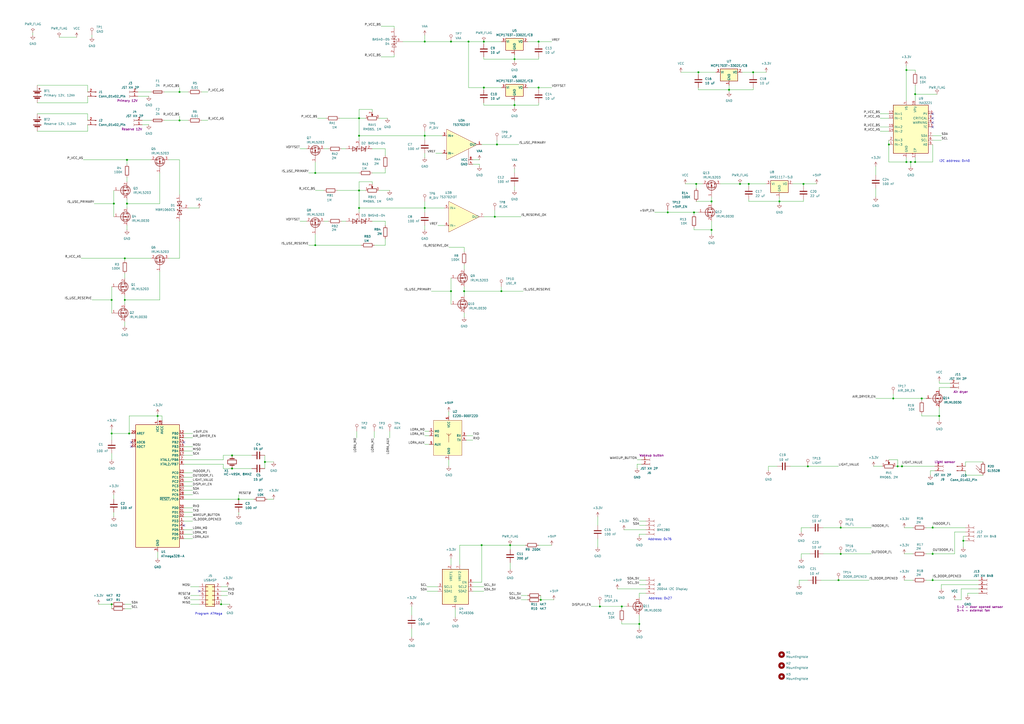
<source format=kicad_sch>
(kicad_sch (version 20231120) (generator "eeschema") (generator_version "8.0")
  (paper "A2")
  (junction (at 288.29 83.82))
  (junction (at 280.67 24.13))
  (junction (at 290.83 168.91))
  (junction (at 104.14 53.34))
  (junction (at 530.86 93.98))
  (junction (at 246.38 78.74))
  (junction (at 487.68 321.31))
  (junction (at 246.38 120.65))
  (junction (at 280.67 50.8))
  (junction (at 134.62 264.16))
  (junction (at 312.42 24.13))
  (junction (at 64.77 350.52))
  (junction (at 486.41 336.55))
  (junction (at 434.34 106.68))
  (junction (at 528.32 93.98))
  (junction (at 271.78 24.13))
  (junction (at 436.88 41.91))
  (junction (at 269.24 168.91))
  (junction (at 534.67 231.14))
  (junction (at 518.16 231.14))
  (junction (at 429.26 106.68))
  (junction (at 298.45 34.29))
  (junction (at 153.67 267.97))
  (junction (at 541.02 321.31))
  (junction (at 487.68 306.07))
  (junction (at 412.75 133.35))
  (junction (at 134.62 271.78))
  (junction (at 347.98 351.79))
  (junction (at 523.24 270.51))
  (junction (at 298.45 60.96))
  (junction (at 261.62 168.91))
  (junction (at 541.02 306.07))
  (junction (at 72.39 149.86))
  (junction (at 182.88 100.33))
  (junction (at 387.35 123.19))
  (junction (at 370.84 361.95))
  (junction (at 128.27 350.52))
  (junction (at 520.7 270.51))
  (junction (at 261.62 24.13))
  (junction (at 452.12 116.84))
  (junction (at 91.44 241.3))
  (junction (at 182.88 142.24))
  (junction (at 138.43 289.56))
  (junction (at 73.66 92.71))
  (junction (at 208.28 120.65))
  (junction (at 422.91 52.07))
  (junction (at 541.02 336.55))
  (junction (at 405.13 41.91))
  (junction (at 104.14 69.85))
  (junction (at 246.38 24.13))
  (junction (at 468.63 270.51))
  (junction (at 412.75 116.84))
  (junction (at 208.28 110.49))
  (junction (at 74.93 251.46))
  (junction (at 64.77 251.46))
  (junction (at 530.86 54.61))
  (junction (at 402.59 123.19))
  (junction (at 64.77 173.99))
  (junction (at 66.04 118.11))
  (junction (at 313.69 347.98))
  (junction (at 466.09 106.68))
  (junction (at 515.62 83.82))
  (junction (at 73.66 118.11))
  (junction (at 544.83 241.3))
  (junction (at 312.42 50.8))
  (junction (at 208.28 78.74))
  (junction (at 72.39 173.99))
  (junction (at 525.78 40.64))
  (junction (at 295.91 316.23))
  (junction (at 403.86 106.68))
  (junction (at 279.4 316.23))
  (junction (at 208.28 68.58))
  (junction (at 360.68 351.79))
  (junction (at 287.02 125.73))
  (junction (at 558.8 313.69))
  (junction (at 525.78 93.98))
  (no_connect (at 76.2 259.08))
  (no_connect (at 106.68 304.8))
  (no_connect (at 106.68 256.54))
  (no_connect (at 541.02 71.12))
  (no_connect (at 76.2 256.54))
  (no_connect (at 541.02 68.58))
  (no_connect (at 115.57 342.9))
  (no_connect (at 541.02 66.04))
  (no_connect (at 541.02 73.66))
  (wire (pts (xy 106.68 254) (xy 111.76 254)))
  (wire (pts (xy 530.86 40.64) (xy 530.86 41.91)))
  (wire (pts (xy 261.62 24.13) (xy 271.78 24.13)))
  (wire (pts (xy 544.83 236.22) (xy 544.83 241.3)))
  (wire (pts (xy 523.24 269.24) (xy 523.24 270.51)))
  (wire (pts (xy 106.68 261.62) (xy 111.76 261.62)))
  (wire (pts (xy 64.77 251.46) (xy 74.93 251.46)))
  (wire (pts (xy 452.12 116.84) (xy 452.12 118.11)))
  (wire (pts (xy 208.28 68.58) (xy 212.09 68.58)))
  (wire (pts (xy 298.45 34.29) (xy 312.42 34.29)))
  (wire (pts (xy 394.97 41.91) (xy 405.13 41.91)))
  (wire (pts (xy 223.52 86.36) (xy 223.52 90.17)))
  (wire (pts (xy 73.66 102.87) (xy 73.66 105.41)))
  (wire (pts (xy 252.73 88.9) (xy 256.54 88.9)))
  (wire (pts (xy 346.71 299.72) (xy 346.71 304.8)))
  (wire (pts (xy 402.59 123.19) (xy 405.13 123.19)))
  (wire (pts (xy 72.39 149.86) (xy 72.39 151.13)))
  (wire (pts (xy 463.55 336.55) (xy 468.63 336.55)))
  (wire (pts (xy 530.86 93.98) (xy 530.86 91.44)))
  (wire (pts (xy 436.88 41.91) (xy 430.53 41.91)))
  (wire (pts (xy 91.44 241.3) (xy 91.44 243.84)))
  (wire (pts (xy 370.84 302.26) (xy 374.65 302.26)))
  (wire (pts (xy 312.42 50.8) (xy 320.04 50.8)))
  (wire (pts (xy 541.02 93.98) (xy 530.86 93.98)))
  (wire (pts (xy 518.16 231.14) (xy 534.67 231.14)))
  (wire (pts (xy 280.67 24.13) (xy 280.67 25.4)))
  (wire (pts (xy 530.86 49.53) (xy 530.86 54.61)))
  (wire (pts (xy 346.71 312.42) (xy 346.71 317.5)))
  (wire (pts (xy 91.44 240.03) (xy 91.44 241.3)))
  (wire (pts (xy 128.27 350.52) (xy 133.35 350.52)))
  (wire (pts (xy 53.34 20.32) (xy 53.34 21.59)))
  (wire (pts (xy 466.09 106.68) (xy 473.71 106.68)))
  (wire (pts (xy 302.26 345.44) (xy 306.07 345.44)))
  (wire (pts (xy 246.38 116.84) (xy 246.38 120.65)))
  (wire (pts (xy 274.32 92.71) (xy 278.13 92.71)))
  (wire (pts (xy 295.91 326.39) (xy 295.91 330.2)))
  (wire (pts (xy 541.02 78.74) (xy 546.1 78.74)))
  (wire (pts (xy 220.98 15.24) (xy 228.6 15.24)))
  (wire (pts (xy 264.16 353.06) (xy 264.16 358.14)))
  (wire (pts (xy 369.57 266.7) (xy 372.11 266.7)))
  (wire (pts (xy 403.86 116.84) (xy 412.75 116.84)))
  (wire (pts (xy 260.35 266.7) (xy 260.35 270.51)))
  (wire (pts (xy 223.52 100.33) (xy 223.52 97.79)))
  (wire (pts (xy 73.66 118.11) (xy 73.66 120.65)))
  (wire (pts (xy 173.99 86.36) (xy 177.8 86.36)))
  (wire (pts (xy 260.35 143.51) (xy 269.24 143.51)))
  (wire (pts (xy 508 231.14) (xy 518.16 231.14)))
  (wire (pts (xy 298.45 107.95) (xy 298.45 110.49)))
  (wire (pts (xy 223.52 128.27) (xy 215.9 128.27)))
  (wire (pts (xy 510.54 66.04) (xy 515.62 66.04)))
  (wire (pts (xy 298.45 34.29) (xy 298.45 35.56)))
  (wire (pts (xy 279.4 337.82) (xy 279.4 316.23)))
  (wire (pts (xy 271.78 50.8) (xy 271.78 24.13)))
  (wire (pts (xy 261.62 323.85) (xy 261.62 327.66)))
  (wire (pts (xy 179.07 100.33) (xy 182.88 100.33)))
  (wire (pts (xy 173.99 128.27) (xy 177.8 128.27)))
  (wire (pts (xy 458.47 270.51) (xy 468.63 270.51)))
  (wire (pts (xy 129.54 271.78) (xy 134.62 271.78)))
  (wire (pts (xy 215.9 105.41) (xy 215.9 106.68)))
  (wire (pts (xy 106.68 281.94) (xy 111.76 281.94)))
  (wire (pts (xy 247.65 342.9) (xy 254 342.9)))
  (wire (pts (xy 215.9 63.5) (xy 215.9 64.77)))
  (wire (pts (xy 405.13 41.91) (xy 415.29 41.91)))
  (wire (pts (xy 288.29 83.82) (xy 300.99 83.82)))
  (wire (pts (xy 132.08 345.44) (xy 128.27 345.44)))
  (wire (pts (xy 182.88 135.89) (xy 182.88 142.24)))
  (wire (pts (xy 64.77 353.06) (xy 64.77 350.52)))
  (wire (pts (xy 93.98 243.84) (xy 93.98 241.3)))
  (wire (pts (xy 520.7 266.7) (xy 520.7 270.51)))
  (wire (pts (xy 138.43 287.02) (xy 138.43 289.56)))
  (wire (pts (xy 106.68 312.42) (xy 111.76 312.42)))
  (wire (pts (xy 74.93 241.3) (xy 74.93 251.46)))
  (wire (pts (xy 361.95 307.34) (xy 374.65 307.34)))
  (wire (pts (xy 73.66 92.71) (xy 87.63 92.71)))
  (wire (pts (xy 66.04 287.02) (xy 66.04 289.56)))
  (wire (pts (xy 567.69 344.17) (xy 561.34 344.17)))
  (wire (pts (xy 279.4 316.23) (xy 295.91 316.23)))
  (wire (pts (xy 370.84 361.95) (xy 370.84 364.49)))
  (wire (pts (xy 287.02 121.92) (xy 287.02 125.73)))
  (wire (pts (xy 558.8 311.15) (xy 560.07 311.15)))
  (wire (pts (xy 223.52 128.27) (xy 223.52 130.81)))
  (wire (pts (xy 182.88 100.33) (xy 208.28 100.33)))
  (wire (pts (xy 128.27 347.98) (xy 128.27 350.52)))
  (wire (pts (xy 269.24 181.61) (xy 269.24 184.15)))
  (wire (pts (xy 541.02 306.07) (xy 560.07 306.07)))
  (wire (pts (xy 558.8 311.15) (xy 558.8 313.69)))
  (wire (pts (xy 402.59 132.08) (xy 402.59 133.35)))
  (wire (pts (xy 347.98 351.79) (xy 360.68 351.79)))
  (wire (pts (xy 106.68 276.86) (xy 111.76 276.86)))
  (wire (pts (xy 274.32 340.36) (xy 280.67 340.36)))
  (wire (pts (xy 138.43 297.18) (xy 138.43 298.45)))
  (wire (pts (xy 217.17 142.24) (xy 223.52 142.24)))
  (wire (pts (xy 379.73 123.19) (xy 387.35 123.19)))
  (wire (pts (xy 247.65 340.36) (xy 254 340.36)))
  (wire (pts (xy 557.53 341.63) (xy 557.53 347.98)))
  (wire (pts (xy 64.77 255.27) (xy 64.77 251.46)))
  (wire (pts (xy 80.01 55.88) (xy 86.36 55.88)))
  (wire (pts (xy 110.49 340.36) (xy 115.57 340.36)))
  (wire (pts (xy 360.68 351.79) (xy 363.22 351.79)))
  (wire (pts (xy 182.88 142.24) (xy 209.55 142.24)))
  (wire (pts (xy 274.32 337.82) (xy 279.4 337.82)))
  (wire (pts (xy 463.55 339.09) (xy 463.55 336.55)))
  (wire (pts (xy 560.07 308.61) (xy 553.72 308.61)))
  (wire (pts (xy 312.42 60.96) (xy 312.42 59.69)))
  (wire (pts (xy 280.67 34.29) (xy 280.67 33.02)))
  (wire (pts (xy 66.04 297.18) (xy 66.04 299.72)))
  (wire (pts (xy 541.02 335.28) (xy 541.02 336.55)))
  (wire (pts (xy 360.68 360.68) (xy 360.68 361.95)))
  (wire (pts (xy 64.77 166.37) (xy 64.77 173.99)))
  (wire (pts (xy 525.78 91.44) (xy 525.78 93.98)))
  (wire (pts (xy 519.43 270.51) (xy 520.7 270.51)))
  (wire (pts (xy 434.34 106.68) (xy 434.34 107.95)))
  (wire (pts (xy 280.67 125.73) (xy 287.02 125.73)))
  (wire (pts (xy 274.32 342.9) (xy 280.67 342.9)))
  (wire (pts (xy 530.86 54.61) (xy 543.56 54.61)))
  (wire (pts (xy 452.12 114.3) (xy 452.12 116.84)))
  (wire (pts (xy 405.13 52.07) (xy 422.91 52.07)))
  (wire (pts (xy 387.35 121.92) (xy 387.35 123.19)))
  (wire (pts (xy 50.8 49.53) (xy 21.59 49.53)))
  (wire (pts (xy 208.28 78.74) (xy 208.28 81.28)))
  (wire (pts (xy 397.51 106.68) (xy 403.86 106.68)))
  (wire (pts (xy 269.24 143.51) (xy 269.24 146.05)))
  (wire (pts (xy 95.25 69.85) (xy 104.14 69.85)))
  (wire (pts (xy 266.7 316.23) (xy 279.4 316.23)))
  (wire (pts (xy 530.86 54.61) (xy 530.86 58.42)))
  (wire (pts (xy 182.88 110.49) (xy 187.96 110.49)))
  (wire (pts (xy 290.83 168.91) (xy 303.53 168.91)))
  (wire (pts (xy 524.51 321.31) (xy 529.59 321.31)))
  (wire (pts (xy 97.79 92.71) (xy 104.14 92.71)))
  (wire (pts (xy 217.17 250.19) (xy 217.17 254)))
  (wire (pts (xy 570.23 267.97) (xy 560.07 267.97)))
  (wire (pts (xy 153.67 264.16) (xy 153.67 267.97)))
  (wire (pts (xy 288.29 81.28) (xy 288.29 83.82)))
  (wire (pts (xy 445.77 273.05) (xy 445.77 270.51)))
  (wire (pts (xy 50.8 59.69) (xy 21.59 59.69)))
  (wire (pts (xy 466.09 107.95) (xy 466.09 106.68)))
  (wire (pts (xy 369.57 271.78) (xy 369.57 269.24)))
  (wire (pts (xy 198.12 128.27) (xy 200.66 128.27)))
  (wire (pts (xy 567.69 341.63) (xy 557.53 341.63)))
  (wire (pts (xy 280.67 60.96) (xy 298.45 60.96)))
  (wire (pts (xy 541.02 336.55) (xy 567.69 336.55)))
  (wire (pts (xy 405.13 41.91) (xy 405.13 43.18)))
  (wire (pts (xy 238.76 364.49) (xy 238.76 369.57)))
  (wire (pts (xy 195.58 110.49) (xy 208.28 110.49)))
  (wire (pts (xy 73.66 130.81) (xy 73.66 133.35)))
  (wire (pts (xy 546.1 339.09) (xy 567.69 339.09)))
  (wire (pts (xy 106.68 307.34) (xy 111.76 307.34)))
  (wire (pts (xy 434.34 116.84) (xy 452.12 116.84)))
  (wire (pts (xy 312.42 24.13) (xy 306.07 24.13)))
  (wire (pts (xy 57.15 350.52) (xy 64.77 350.52)))
  (wire (pts (xy 261.62 161.29) (xy 261.62 168.91)))
  (wire (pts (xy 487.68 306.07) (xy 505.46 306.07)))
  (wire (pts (xy 72.39 158.75) (xy 72.39 161.29)))
  (wire (pts (xy 270.51 255.27) (xy 274.32 255.27)))
  (wire (pts (xy 82.55 69.85) (xy 87.63 69.85)))
  (wire (pts (xy 541.02 320.04) (xy 541.02 321.31)))
  (wire (pts (xy 154.94 289.56) (xy 158.75 289.56)))
  (wire (pts (xy 106.68 289.56) (xy 138.43 289.56)))
  (wire (pts (xy 298.45 31.75) (xy 298.45 34.29)))
  (wire (pts (xy 50.8 69.85) (xy 50.8 66.04)))
  (wire (pts (xy 219.71 110.49) (xy 226.06 110.49)))
  (wire (pts (xy 537.21 321.31) (xy 541.02 321.31)))
  (wire (pts (xy 508 96.52) (xy 508 101.6)))
  (wire (pts (xy 508 109.22) (xy 508 114.3)))
  (wire (pts (xy 560.07 267.97) (xy 560.07 270.51)))
  (wire (pts (xy 246.38 24.13) (xy 261.62 24.13)))
  (wire (pts (xy 412.75 133.35) (xy 412.75 135.89)))
  (wire (pts (xy 72.39 186.69) (xy 72.39 189.23)))
  (wire (pts (xy 541.02 81.28) (xy 546.1 81.28)))
  (wire (pts (xy 403.86 106.68) (xy 407.67 106.68)))
  (wire (pts (xy 436.88 43.18) (xy 436.88 41.91)))
  (wire (pts (xy 515.62 81.28) (xy 515.62 83.82)))
  (wire (pts (xy 274.32 95.25) (xy 278.13 95.25)))
  (wire (pts (xy 506.73 270.51) (xy 511.81 270.51)))
  (wire (pts (xy 558.8 317.5) (xy 558.8 313.69)))
  (wire (pts (xy 129.54 266.7) (xy 129.54 264.16)))
  (wire (pts (xy 34.29 21.59) (xy 44.45 21.59)))
  (wire (pts (xy 312.42 52.07) (xy 312.42 50.8)))
  (wire (pts (xy 534.67 231.14) (xy 534.67 232.41)))
  (wire (pts (xy 370.84 309.88) (xy 374.65 309.88)))
  (wire (pts (xy 106.68 266.7) (xy 129.54 266.7)))
  (wire (pts (xy 106.68 251.46) (xy 111.76 251.46)))
  (wire (pts (xy 106.68 284.48) (xy 111.76 284.48)))
  (wire (pts (xy 196.85 68.58) (xy 208.28 68.58)))
  (wire (pts (xy 50.8 53.34) (xy 50.8 49.53)))
  (wire (pts (xy 223.52 142.24) (xy 223.52 138.43)))
  (wire (pts (xy 104.14 113.03) (xy 104.14 92.71)))
  (wire (pts (xy 476.25 336.55) (xy 486.41 336.55)))
  (wire (pts (xy 104.14 69.85) (xy 109.22 69.85)))
  (wire (pts (xy 219.71 68.58) (xy 224.79 68.58)))
  (wire (pts (xy 76.2 353.06) (xy 72.39 353.06)))
  (wire (pts (xy 53.34 173.99) (xy 64.77 173.99)))
  (wire (pts (xy 360.68 361.95) (xy 370.84 361.95)))
  (wire (pts (xy 544.83 224.79) (xy 551.18 224.79)))
  (wire (pts (xy 66.04 110.49) (xy 66.04 118.11)))
  (wire (pts (xy 72.39 149.86) (xy 87.63 149.86)))
  (wire (pts (xy 546.1 341.63) (xy 546.1 339.09)))
  (wire (pts (xy 187.96 86.36) (xy 190.5 86.36)))
  (wire (pts (xy 412.75 128.27) (xy 412.75 133.35)))
  (wire (pts (xy 298.45 60.96) (xy 312.42 60.96)))
  (wire (pts (xy 402.59 123.19) (xy 402.59 124.46)))
  (wire (pts (xy 370.84 344.17) (xy 374.65 344.17)))
  (wire (pts (xy 50.8 55.88) (xy 50.8 59.69)))
  (wire (pts (xy 369.57 269.24) (xy 372.11 269.24)))
  (wire (pts (xy 298.45 60.96) (xy 298.45 62.23)))
  (wire (pts (xy 280.67 50.8) (xy 280.67 52.07)))
  (wire (pts (xy 370.84 336.55) (xy 374.65 336.55)))
  (wire (pts (xy 534.67 231.14) (xy 537.21 231.14)))
  (wire (pts (xy 198.12 86.36) (xy 200.66 86.36)))
  (wire (pts (xy 215.9 100.33) (xy 223.52 100.33)))
  (wire (pts (xy 48.26 92.71) (xy 73.66 92.71)))
  (wire (pts (xy 73.66 92.71) (xy 73.66 95.25)))
  (wire (pts (xy 541.02 83.82) (xy 541.02 93.98)))
  (wire (pts (xy 54.61 118.11) (xy 66.04 118.11)))
  (wire (pts (xy 360.68 351.79) (xy 360.68 353.06)))
  (wire (pts (xy 246.38 20.32) (xy 246.38 24.13)))
  (wire (pts (xy 66.04 118.11) (xy 66.04 125.73)))
  (wire (pts (xy 269.24 166.37) (xy 269.24 168.91)))
  (wire (pts (xy 525.78 38.1) (xy 525.78 40.64)))
  (wire (pts (xy 295.91 316.23) (xy 295.91 318.77)))
  (wire (pts (xy 537.21 336.55) (xy 541.02 336.55)))
  (wire (pts (xy 104.14 128.27) (xy 104.14 149.86)))
  (wire (pts (xy 570.23 275.59) (xy 560.07 275.59)))
  (wire (pts (xy 429.26 106.68) (xy 434.34 106.68)))
  (wire (pts (xy 528.32 93.98) (xy 530.86 93.98)))
  (wire (pts (xy 524.51 306.07) (xy 529.59 306.07)))
  (wire (pts (xy 46.99 149.86) (xy 72.39 149.86)))
  (wire (pts (xy 370.84 304.8) (xy 374.65 304.8)))
  (wire (pts (xy 558.8 313.69) (xy 560.07 313.69)))
  (wire (pts (xy 64.77 262.89) (xy 64.77 266.7)))
  (wire (pts (xy 208.28 110.49) (xy 212.09 110.49)))
  (wire (pts (xy 207.01 250.19) (xy 207.01 254)))
  (wire (pts (xy 520.7 270.51) (xy 523.24 270.51)))
  (wire (pts (xy 215.9 63.5) (xy 208.28 63.5)))
  (wire (pts (xy 280.67 50.8) (xy 290.83 50.8)))
  (wire (pts (xy 515.62 93.98) (xy 525.78 93.98)))
  (wire (pts (xy 312.42 316.23) (xy 320.04 316.23)))
  (wire (pts (xy 302.26 347.98) (xy 306.07 347.98)))
  (wire (pts (xy 402.59 133.35) (xy 412.75 133.35)))
  (wire (pts (xy 486.41 336.55) (xy 504.19 336.55)))
  (wire (pts (xy 280.67 34.29) (xy 298.45 34.29)))
  (wire (pts (xy 537.21 306.07) (xy 541.02 306.07)))
  (wire (pts (xy 106.68 269.24) (xy 129.54 269.24)))
  (wire (pts (xy 226.06 250.19) (xy 226.06 254)))
  (wire (pts (xy 417.83 106.68) (xy 429.26 106.68)))
  (wire (pts (xy 187.96 128.27) (xy 190.5 128.27)))
  (wire (pts (xy 208.28 78.74) (xy 208.28 68.58)))
  (wire (pts (xy 92.71 100.33) (xy 92.71 118.11)))
  (wire (pts (xy 278.13 95.25) (xy 278.13 96.52)))
  (wire (pts (xy 246.38 120.65) (xy 257.81 120.65)))
  (wire (pts (xy 106.68 309.88) (xy 111.76 309.88)))
  (wire (pts (xy 280.67 24.13) (xy 290.83 24.13)))
  (wire (pts (xy 254 130.81) (xy 257.81 130.81)))
  (wire (pts (xy 106.68 259.08) (xy 111.76 259.08)))
  (wire (pts (xy 134.62 271.78) (xy 146.05 271.78)))
  (wire (pts (xy 208.28 120.65) (xy 208.28 123.19)))
  (wire (pts (xy 370.84 344.17) (xy 370.84 346.71)))
  (wire (pts (xy 370.84 311.15) (xy 370.84 309.88)))
  (wire (pts (xy 208.28 63.5) (xy 208.28 68.58)))
  (wire (pts (xy 524.51 336.55) (xy 529.59 336.55)))
  (wire (pts (xy 220.98 33.02) (xy 228.6 33.02)))
  (wire (pts (xy 72.39 173.99) (xy 72.39 176.53)))
  (wire (pts (xy 106.68 299.72) (xy 111.76 299.72)))
  (wire (pts (xy 312.42 25.4) (xy 312.42 24.13)))
  (wire (pts (xy 518.16 228.6) (xy 518.16 231.14)))
  (wire (pts (xy 97.79 149.86) (xy 104.14 149.86)))
  (wire (pts (xy 138.43 289.56) (xy 147.32 289.56)))
  (wire (pts (xy 208.28 110.49) (xy 208.28 120.65)))
  (wire (pts (xy 312.42 50.8) (xy 306.07 50.8)))
  (wire (pts (xy 370.84 339.09) (xy 374.65 339.09)))
  (wire (pts (xy 91.44 320.04) (xy 91.44 323.85)))
  (wire (pts (xy 120.65 53.34) (xy 116.84 53.34)))
  (wire (pts (xy 184.15 68.58) (xy 189.23 68.58)))
  (wire (pts (xy 412.75 116.84) (xy 412.75 118.11)))
  (wire (pts (xy 298.45 97.79) (xy 298.45 100.33)))
  (wire (pts (xy 76.2 350.52) (xy 72.39 350.52)))
  (wire (pts (xy 246.38 250.19) (xy 248.92 250.19)))
  (wire (pts (xy 250.19 168.91) (xy 261.62 168.91)))
  (wire (pts (xy 405.13 52.07) (xy 405.13 50.8)))
  (wire (pts (xy 179.07 142.24) (xy 182.88 142.24)))
  (wire (pts (xy 510.54 73.66) (xy 515.62 73.66)))
  (wire (pts (xy 106.68 264.16) (xy 111.76 264.16)))
  (wire (pts (xy 128.27 342.9) (xy 132.08 342.9)))
  (wire (pts (xy 80.01 53.34) (xy 87.63 53.34)))
  (wire (pts (xy 464.82 308.61) (xy 464.82 306.07)))
  (wire (pts (xy 422.91 52.07) (xy 436.88 52.07)))
  (wire (pts (xy 544.83 241.3) (xy 544.83 243.84)))
  (wire (pts (xy 525.78 93.98) (xy 528.32 93.98)))
  (wire (pts (xy 64.77 173.99) (xy 64.77 181.61)))
  (wire (pts (xy 106.68 287.02) (xy 111.76 287.02)))
  (wire (pts (xy 115.57 345.44) (xy 110.49 345.44)))
  (wire (pts (xy 510.54 68.58) (xy 515.62 68.58)))
  (wire (pts (xy 553.72 308.61) (xy 553.72 321.31)))
  (wire (pts (xy 515.62 266.7) (xy 520.7 266.7)))
  (wire (pts (xy 561.34 344.17) (xy 561.34 345.44)))
  (wire (pts (xy 403.86 106.68) (xy 403.86 109.22)))
  (wire (pts (xy 116.84 69.85) (xy 120.65 69.85)))
  (wire (pts (xy 266.7 316.23) (xy 266.7 327.66)))
  (wire (pts (xy 269.24 168.91) (xy 269.24 171.45)))
  (wire (pts (xy 182.88 93.98) (xy 182.88 100.33)))
  (wire (pts (xy 412.75 114.3) (xy 412.75 116.84)))
  (wire (pts (xy 436.88 41.91) (xy 444.5 41.91)))
  (wire (pts (xy 312.42 24.13) (xy 320.04 24.13)))
  (wire (pts (xy 464.82 323.85) (xy 464.82 321.31)))
  (wire (pts (xy 510.54 76.2) (xy 515.62 76.2)))
  (wire (pts (xy 434.34 116.84) (xy 434.34 115.57)))
  (wire (pts (xy 280.67 60.96) (xy 280.67 59.69)))
  (wire (pts (xy 544.83 222.25) (xy 551.18 222.25)))
  (wire (pts (xy 246.38 88.9) (xy 246.38 91.44)))
  (wire (pts (xy 279.4 83.82) (xy 288.29 83.82)))
  (wire (pts (xy 515.62 83.82) (xy 515.62 93.98)))
  (wire (pts (xy 270.51 252.73) (xy 274.32 252.73)))
  (wire (pts (xy 347.98 350.52) (xy 347.98 351.79)))
  (wire (pts (xy 21.59 76.2) (xy 50.8 76.2)))
  (wire (pts (xy 153.67 267.97) (xy 153.67 271.78)))
  (wire (pts (xy 271.78 50.8) (xy 280.67 50.8)))
  (wire (pts (xy 246.38 252.73) (xy 248.92 252.73)))
  (wire (pts (xy 539.75 273.05) (xy 542.29 273.05)))
  (wire (pts (xy 208.28 120.65) (xy 246.38 120.65)))
  (wire (pts (xy 544.83 222.25) (xy 544.83 220.98)))
  (wire (pts (xy 246.38 257.81) (xy 248.92 257.81)))
  (wire (pts (xy 477.52 306.07) (xy 487.68 306.07)))
  (wire (pts (xy 528.32 96.52) (xy 528.32 93.98)))
  (wire (pts (xy 466.09 106.68) (xy 459.74 106.68)))
  (wire (pts (xy 342.9 351.79) (xy 347.98 351.79)))
  (wire (pts (xy 487.68 321.31) (xy 505.46 321.31)))
  (wire (pts (xy 539.75 275.59) (xy 539.75 273.05)))
  (wire (pts (xy 246.38 78.74) (xy 246.38 81.28)))
  (wire (pts (xy 304.8 316.23) (xy 295.91 316.23)))
  (wire (pts (xy 260.35 238.76) (xy 260.35 241.3)))
  (wire (pts (xy 269.24 153.67) (xy 269.24 156.21)))
  (wire (pts (xy 246.38 130.81) (xy 246.38 133.35)))
  (wire (pts (xy 106.68 302.26) (xy 111.76 302.26)))
  (wire (pts (xy 387.35 123.19) (xy 402.59 123.19)))
  (wire (pts (xy 271.78 24.13) (xy 280.67 24.13)))
  (wire (pts (xy 422.91 49.53) (xy 422.91 52.07)))
  (wire (pts (xy 128.27 340.36) (xy 132.08 340.36)))
  (wire (pts (xy 110.49 350.52) (xy 115.57 350.52)))
  (wire (pts (xy 452.12 116.84) (xy 466.09 116.84)))
  (wire (pts (xy 290.83 166.37) (xy 290.83 168.91)))
  (wire (pts (xy 358.14 341.63) (xy 374.65 341.63)))
  (wire (pts (xy 246.38 76.2) (xy 246.38 78.74)))
  (wire (pts (xy 238.76 351.79) (xy 238.76 356.87)))
  (wire (pts (xy 370.84 356.87) (xy 370.84 361.95)))
  (wire (pts (xy 223.52 86.36) (xy 215.9 86.36)))
  (wire (pts (xy 50.8 76.2) (xy 50.8 72.39)))
  (wire (pts (xy 134.62 264.16) (xy 146.05 264.16)))
  (wire (pts (xy 298.45 58.42) (xy 298.45 60.96)))
  (wire (pts (xy 269.24 168.91) (xy 290.83 168.91)))
  (wire (pts (xy 95.25 53.34) (xy 104.14 53.34)))
  (wire (pts (xy 287.02 125.73) (xy 302.26 125.73)))
  (wire (pts (xy 261.62 168.91) (xy 261.62 176.53)))
  (wire (pts (xy 106.68 274.32) (xy 111.76 274.32)))
  (wire (pts (xy 215.9 105.41) (xy 208.28 105.41)))
  (wire (pts (xy 541.02 304.8) (xy 541.02 306.07)))
  (wire (pts (xy 477.52 321.31) (xy 487.68 321.31)))
  (wire (pts (xy 64.77 248.92) (xy 64.77 251.46)))
  (wire (pts (xy 74.93 251.46) (xy 76.2 251.46)))
  (wire (pts (xy 115.57 120.65) (xy 109.22 120.65)))
  (wire (pts (xy 50.8 66.04) (xy 21.59 66.04)))
  (wire (pts (xy 525.78 40.64) (xy 525.78 58.42)))
  (wire (pts (xy 92.71 118.11) (xy 73.66 118.11)))
  (wire (pts (xy 129.54 269.24) (xy 129.54 271.78)))
  (wire (pts (xy 104.14 67.31) (xy 104.14 69.85)))
  (wire (pts (xy 208.28 78.74) (xy 246.38 78.74)))
  (wire (pts (xy 445.77 270.51) (xy 450.85 270.51)))
  (wire (pts (xy 106.68 279.4) (xy 111.76 279.4)))
  (wire (pts (xy 246.38 120.65) (xy 246.38 123.19)))
  (wire (pts (xy 233.68 24.13) (xy 246.38 24.13)))
  (wire (pts (xy 82.55 72.39) (xy 86.36 72.39)))
  (wire (pts (xy 72.39 171.45) (xy 72.39 173.99)))
  (wire (pts (xy 436.88 52.07) (xy 436.88 50.8)))
  (wire (pts (xy 468.63 270.51) (xy 486.41 270.51)))
  (wire (pts (xy 228.6 31.75) (xy 228.6 33.02)))
  (wire (pts (xy 91.44 241.3) (xy 74.93 241.3)))
  (wire (pts (xy 312.42 34.29) (xy 312.42 33.02)))
  (wire (pts (xy 129.54 264.16) (xy 134.62 264.16)))
  (wire (pts (xy 464.82 306.07) (xy 469.9 306.07)))
  (wire (pts (xy 523.24 270.51) (xy 542.29 270.51)))
  (wire (pts (xy 228.6 15.24) (xy 228.6 16.51)))
  (wire (pts (xy 434.34 106.68) (xy 444.5 106.68)))
  (wire (pts (xy 560.07 275.59) (xy 560.07 273.05)))
  (wire (pts (xy 256.54 78.74) (xy 246.38 78.74)))
  (wire (pts (xy 19.05 19.05) (xy 19.05 20.32)))
  (wire (pts (xy 557.53 347.98) (xy 553.72 347.98)))
  (wire (pts (xy 153.67 267.97) (xy 158.75 267.97)))
  (wire (pts (xy 313.69 347.98) (xy 321.31 347.98)))
  (wire (pts (xy 92.71 157.48) (xy 92.71 173.99)))
  (wire (pts (xy 106.68 294.64) (xy 111.76 294.64)))
  (wire (pts (xy 104.14 50.8) (xy 104.14 53.34)))
  (wire (pts (xy 534.67 241.3) (xy 544.83 241.3)))
  (wire (pts (xy 525.78 40.64) (xy 530.86 40.64)))
  (wire (pts (xy 422.91 52.07) (xy 422.91 53.34)))
  (wire (pts (xy 92.71 173.99) (xy 72.39 173.99)))
  (wire (pts (xy 104.14 53.34) (xy 109.22 53.34)))
  (wire (pts (xy 73.66 115.57) (xy 73.66 118.11)))
  (wire (pts (xy 208.28 105.41) (xy 208.28 110.49)))
  (wire (pts (xy 553.72 321.31) (xy 541.02 321.31)))
  (wire (pts (xy 534.67 240.03) (xy 534.67 241.3)))
  (wire (pts (xy 464.82 321.31) (xy 469.9 321.31)))
  (wire (pts (xy 313.69 345.44) (xy 313.69 347.98)))
  (wire (pts (xy 106.68 297.18) (xy 111.76 297.18)))
  (wire (pts (xy 91.44 241.3) (xy 93.98 241.3)))
  (wire (pts (xy 466.09 116.84) (xy 466.09 115.57)))
  (wire (pts (xy 544.83 224.79) (xy 544.83 226.06)))
  (wire (pts (xy 110.49 347.98) (xy 115.57 347.98)))
  (text "Address: 0x27" (at 383.032 347.218 0) (effects (font (size 1.27 1.27))))
  (text "Program ATMega" (at 113.03 356.87 0) (effects (font (size 1.27 1.27)) (justify left bottom)))
  (text "I2C address: 0x40" (at 544.83 94.234 0) (effects (font (size 1.27 1.27)) (justify left bottom)))
  (text "Address: 0x76" (at 382.778 312.928 0) (effects (font (size 1.27 1.27))))
  (label "IS_RESERVE_OK" (at 302.26 125.73 0))
  (label "LORA_M1" (at 111.76 309.88 0))
  (label "WAKEUP_BUTTON" (at 111.76 299.72 0))
  (label "OUTDOOR_FL" (at 541.02 320.04 0))
  (label "VOFFSET" (at 320.04 50.8 0))
  (label "IS_USE_PRIMARY" (at 54.61 118.11 180))
  (label "TXD" (at 111.76 297.18 0))
  (label "R_VCC_BS" (at 510.54 73.66 180))
  (label "P_VCC_BS" (at 510.54 66.04 180))
  (label "IS_DOOR_OPENED" (at 111.76 302.26 0))
  (label "SCL" (at 370.84 302.26 180))
  (label "WAKEUP_BUTTON" (at 369.57 266.7 180))
  (label "LORA_M0" (at 246.38 250.19 180))
  (label "R_VCC_BS" (at 104.14 67.31 180))
  (label "TXD" (at 274.32 252.73 0))
  (label "TXD" (at 132.08 345.44 0))
  (label "SDA_5V" (at 370.84 336.55 180))
  (label "+5VP_EN" (at 111.76 251.46 0))
  (label "MISO" (at 110.49 350.52 180))
  (label "IS_RESERVE_OK" (at 260.35 143.51 180))
  (label "IS_DOOR_OPENED" (at 504.19 336.55 0))
  (label "LORA_AUX" (at 246.38 257.81 180))
  (label "INDOOR_FL" (at 111.76 274.32 0))
  (label "INDOOR_FL" (at 505.46 306.07 0))
  (label "AIR_DRYER_EN" (at 508 231.14 180))
  (label "LORA_M1" (at 217.17 254 270))
  (label "VREF" (at 320.04 24.13 0))
  (label "IS_USE_PRIMARY" (at 250.19 168.91 180))
  (label "LORA_M0" (at 207.01 254 270))
  (label "MOSI" (at 111.76 259.08 0))
  (label "SCL" (at 76.2 353.06 0))
  (label "LIGHT_VALUE" (at 523.24 269.24 0))
  (label "P_VCC_AS" (at 120.65 53.34 0))
  (label "SCK" (at 110.49 347.98 180))
  (label "SCK" (at 111.76 264.16 0))
  (label "IS_DOOR_OPENED" (at 541.02 335.28 0))
  (label "SDA" (at 370.84 304.8 180))
  (label "VOFFSET" (at 173.99 86.36 180))
  (label "LORA_M1" (at 246.38 252.73 180))
  (label "VOFFSET" (at 173.99 128.27 180))
  (label "OUTDOOR_FL" (at 505.46 321.31 0))
  (label "SDA" (at 76.2 350.52 0))
  (label "MISO" (at 111.76 261.62 0))
  (label "MOSI" (at 110.49 340.36 180))
  (label "OUTDOOR_FL" (at 111.76 276.86 0))
  (label "DISPLAY_EN" (at 342.9 351.79 180))
  (label "IS_USE_PRIMARY" (at 300.99 83.82 0))
  (label "R_VCC_BS" (at 220.98 33.02 180))
  (label "R_VCC_AS" (at 510.54 76.2 180))
  (label "AIR_DRYER_EN" (at 111.76 254 0))
  (label "SCL_5V" (at 280.67 340.36 0))
  (label "SDA" (at 247.65 342.9 180))
  (label "VREF" (at 252.73 88.9 180))
  (label "LORA_AUX" (at 111.76 312.42 0))
  (label "P_VCC_BS" (at 104.14 50.8 180))
  (label "R_VCC_AS" (at 46.99 149.86 180))
  (label "SCL_5V" (at 370.84 339.09 180))
  (label "P_VCC_AS" (at 510.54 68.58 180))
  (label "RXD" (at 274.32 255.27 0))
  (label "R_VCC_BS" (at 182.88 110.49 180))
  (label "RESET#" (at 138.43 287.02 0))
  (label "RXD" (at 111.76 294.64 0))
  (label "LIGHT_VALUE" (at 111.76 279.4 0))
  (label "R_VCC_AS" (at 120.65 69.85 0))
  (label "RXD" (at 132.08 342.9 0))
  (label "SCL" (at 546.1 81.28 0))
  (label "SDA_5V" (at 280.67 342.9 0))
  (label "LORA_M0" (at 111.76 307.34 0))
  (label "DISPLAY_EN" (at 111.76 281.94 0))
  (label "LORA_AUX" (at 226.06 254 270))
  (label "IS_USE_PRIMARY" (at 179.07 100.33 180))
  (label "VREF" (at 254 130.81 180))
  (label "SDA" (at 546.1 78.74 0))
  (label "LIGHT_VALUE" (at 486.41 270.51 0))
  (label "SCL" (at 247.65 340.36 180))
  (label "P_VCC_AS" (at 48.26 92.71 180))
  (label "IS_USE_RESERVE" (at 303.53 168.91 0))
  (label "IS_USE_RESERVE" (at 53.34 173.99 180))
  (label "SDA" (at 111.76 284.48 0))
  (label "SDA_5V" (at 302.26 347.98 180))
  (label "P_VCC_BS" (at 220.98 15.24 180))
  (label "IS_USE_RESERVE" (at 179.07 142.24 180))
  (label "INDOOR_FL" (at 541.02 304.8 0))
  (label "+5VP_EN" (at 379.73 123.19 180))
  (label "SCL_5V" (at 302.26 345.44 180))
  (label "SCL" (at 111.76 287.02 0))
  (label "P_VCC_BS" (at 184.15 68.58 180))
  (label "RESET#" (at 110.49 345.44 180))
  (symbol (lib_id "power:PWR_FLAG") (at 280.67 24.13 0) (unit 1)
    (property "Reference" "#FLG03" (effects (hide yes)))
    (property "Value" "PWR_FLAG" (at 280.67 19.05 0))
    (property "Description" "Special symbol for telling ERC where power comes from" (effects (hide yes)))
  )
  (symbol (lib_id "Device:R") (at 113.03 69.85 270) (unit 1)
    (property "Reference" "R6" (at 113.03 64.77 90))
    (property "Value" "0.01" (at 113.03 67.31 90))
    (property "Footprint" "Resistor_SMD:R_1206_3216Metric" (effects (hide yes)))
    (property "Description" "Resistor" (effects (hide yes)))
  )
  (symbol (lib_id "power:GND") (at 64.77 266.7 0) (unit 1)
    (property "Reference" "#PWR06" (effects (hide yes)))
    (property "Value" "GND" (at 64.77 271.78 0))
    (property "Description" "Power symbol creates a global label with name \"GND\" , ground" (effects (hide yes)))
  )
  (symbol (lib_id "Device:C") (at 238.76 360.68 180) (unit 1)
    (property "Reference" "C6" (at 242.57 359.41 0) (effects (justify right)))
    (property "Value" "100 nF" (at 242.57 361.95 0) (effects (justify right)))
    (property "Footprint" "Capacitor_SMD:C_0603_1608Metric" (effects (hide yes)))
    (property "Description" "Unpolarized capacitor" (effects (hide yes)))
  )
  (symbol (lib_id "power:+3.3V") (at 132.08 340.36 0) (unit 1)
    (property "Reference" "#PWR016" (effects (hide yes)))
    (property "Value" "+3.3V" (at 132.08 335.28 0))
    (property "Description" "Power symbol creates a global label with name \"+3.3V\"" (effects (hide yes)))
  )
  (symbol (lib_id "power:VCC") (at 394.97 41.91 0) (unit 1)
    (property "Reference" "#PWR049" (effects (hide yes)))
    (property "Value" "VCC" (at 394.97 36.83 0))
    (property "Description" "Power symbol creates a global label with name \"VCC\"" (effects (hide yes)))
  )
  (symbol (lib_id "Transistor_FET:IRLML5203") (at 182.88 130.81 270) (mirror x) (unit 1)
    (property "Reference" "Q8" (at 177.8 121.92 90) (effects (justify left)))
    (property "Value" "IRLML5203" (at 177.8 124.46 90) (effects (justify left)))
    (property "Footprint" "Package_TO_SOT_SMD:SOT-23" (effects (hide yes)))
    (property "Datasheet" "https://www.infineon.com/dgdl/irlml5203pbf.pdf?fileId=5546d462533600a40153566868da261d" (effects (hide yes)))
    (property "Description" "-3.0A Id, -30V Vds, 98mOhm Rds, P-Channel HEXFET Power MOSFET, SOT-23" (effects (hide yes)))
  )
  (symbol (lib_id "Device:C") (at 473.71 306.07 270) (unit 1)
    (property "Reference" "C22" (at 474.98 299.466 90) (effects (justify right)))
    (property "Value" "10 nF" (at 476.758 302.26 90) (effects (justify right)))
    (property "Footprint" "Capacitor_SMD:C_0603_1608Metric" (effects (hide yes)))
    (property "Description" "Unpolarized capacitor" (effects (hide yes)))
  )
  (symbol (lib_id "Device:R") (at 72.39 154.94 180) (unit 1)
    (property "Reference" "R3" (at 67.818 153.416 0))
    (property "Value" "100K" (at 67.31 155.702 0))
    (property "Footprint" "Resistor_SMD:R_0805_2012Metric" (effects (hide yes)))
    (property "Description" "Resistor" (effects (hide yes)))
  )
  (symbol (lib_id "power:GND") (at 298.45 110.49 0) (unit 1)
    (property "Reference" "#PWR039" (effects (hide yes)))
    (property "Value" "GND" (at 298.45 115.57 0))
    (property "Description" "Power symbol creates a global label with name \"GND\" , ground" (effects (hide yes)))
  )
  (symbol (lib_id "power:GND") (at 544.83 243.84 0) (unit 1)
    (property "Reference" "#PWR070" (effects (hide yes)))
    (property "Value" "GND" (at 544.83 248.92 0))
    (property "Description" "Power symbol creates a global label with name \"GND\" , ground" (effects (hide yes)))
  )
  (symbol (lib_id "Device:R") (at 191.77 110.49 90) (unit 1)
    (property "Reference" "RB1" (at 191.516 113.284 90))
    (property "Value" "1M" (at 191.008 116.078 90))
    (property "Footprint" "Resistor_SMD:R_0805_2012Metric" (effects (hide yes)))
    (property "Description" "Resistor" (effects (hide yes)))
  )
  (symbol (lib_id "power:VCC") (at 397.51 106.68 0) (unit 1)
    (property "Reference" "#PWR050" (effects (hide yes)))
    (property "Value" "VCC" (at 397.51 101.6 0))
    (property "Description" "Power symbol creates a global label with name \"VCC\"" (effects (hide yes)))
  )
  (symbol (lib_id "Device:R") (at 533.4 306.07 270) (unit 1)
    (property "Reference" "R16" (at 533.654 300.736 90))
    (property "Value" "2M" (at 532.892 303.022 90))
    (property "Footprint" "Resistor_SMD:R_0805_2012Metric" (effects (hide yes)))
    (property "Description" "Resistor" (effects (hide yes)))
  )
  (symbol (lib_id "power:VCC") (at 44.45 21.59 0) (unit 1)
    (property "Reference" "#PWR02" (effects (hide yes)))
    (property "Value" "VCC" (at 44.45 16.51 0))
    (property "Description" "Power symbol creates a global label with name \"VCC\"" (effects (hide yes)))
  )
  (symbol (lib_id "Connector:Conn_01x04_Socket") (at 565.15 308.61 0) (unit 1)
    (property "Reference" "J12" (at 566.42 308.6099 0) (effects (justify left)))
    (property "Value" "JST XH B4B" (at 566.42 311.1499 0) (effects (justify left)))
    (property "Footprint" "Connector_JST:JST_XH_B4B-XH-A_1x04_P2.50mm_Vertical" (effects (hide yes)))
    (property "Description" "Generic connector, single row, 01x04, script generated" (effects (hide yes)))
  )
  (symbol (lib_id "Device:C") (at 312.42 29.21 0) (unit 1)
    (property "Reference" "C13" (at 316.23 27.9399 0) (effects (justify left)))
    (property "Value" "10 uF" (at 316.23 30.4799 0) (effects (justify left)))
    (property "Footprint" "Capacitor_SMD:C_0603_1608Metric" (effects (hide yes)))
    (property "Description" "Unpolarized capacitor" (effects (hide yes)))
  )
  (symbol (lib_id "Device:C") (at 473.71 321.31 270) (unit 1)
    (property "Reference" "C23" (at 474.98 314.706 90) (effects (justify right)))
    (property "Value" "10 nF" (at 476.758 317.5 90) (effects (justify right)))
    (property "Footprint" "Capacitor_SMD:C_0603_1608Metric" (effects (hide yes)))
    (property "Description" "Unpolarized capacitor" (effects (hide yes)))
  )
  (symbol (lib_id "power:+3.3V") (at 508 96.52 0) (unit 1)
    (property "Reference" "#PWR061" (effects (hide yes)))
    (property "Value" "+3.3V" (at 508 91.44 0))
    (property "Description" "Power symbol creates a global label with name \"+3.3V\"" (effects (hide yes)))
  )
  (symbol (lib_id "power:GND") (at 464.82 308.61 0) (unit 1)
    (property "Reference" "#PWR057" (effects (hide yes)))
    (property "Value" "GND" (at 464.82 313.69 0))
    (property "Description" "Power symbol creates a global label with name \"GND\" , ground" (effects (hide yes)))
  )
  (symbol (lib_id "power:GND") (at 298.45 35.56 0) (unit 1)
    (property "Reference" "#PWR036" (effects (hide yes)))
    (property "Value" "GND" (at 298.45 40.64 0))
    (property "Description" "Power symbol creates a global label with name \"GND\" , ground" (effects (hide yes)))
  )
  (symbol (lib_id "Connector:TestPoint") (at 246.38 76.2 0) (unit 1)
    (property "Reference" "TP5" (at 248.92 71.6279 0) (effects (justify left)))
    (property "Value" "P_DIV" (at 248.92 74.1679 0) (effects (justify left)))
    (property "Footprint" "TestPoint:TestPoint_Pad_1.5x1.5mm" (effects (hide yes)))
    (property "Description" "test point" (effects (hide yes)))
  )
  (symbol (lib_id "Connector:Conn_01x02_Socket") (at 377.19 266.7 0) (unit 1)
    (property "Reference" "J6" (at 376.555 274.32 0))
    (property "Value" "JST XH 2P" (at 376.555 271.78 0))
    (property "Footprint" "Connector_JST:JST_XH_B2B-XH-A_1x02_P2.50mm_Vertical" (effects (hide yes)))
    (property "Description" "Generic connector, single row, 01x02, script generated" (effects (hide yes)))
    (property "Поле5" "Wakeup button" (at 377.952 264.16 0))
  )
  (symbol (lib_id "power:GND") (at 445.77 273.05 0) (unit 1)
    (property "Reference" "#PWR054" (effects (hide yes)))
    (property "Value" "GND" (at 445.77 278.13 0))
    (property "Description" "Power symbol creates a global label with name \"GND\" , ground" (effects (hide yes)))
  )
  (symbol (lib_id "power:GND") (at 298.45 62.23 0) (unit 1)
    (property "Reference" "#PWR037" (effects (hide yes)))
    (property "Value" "GND" (at 298.45 67.31 0))
    (property "Description" "Power symbol creates a global label with name \"GND\" , ground" (effects (hide yes)))
  )
  (symbol (lib_id "Device:C") (at 149.86 271.78 90) (unit 1)
    (property "Reference" "C5" (at 149.86 275.59 90))
    (property "Value" "15 pF" (at 149.86 278.13 90))
    (property "Footprint" "Capacitor_SMD:C_0603_1608Metric" (effects (hide yes)))
    (property "Description" "Unpolarized capacitor" (effects (hide yes)))
  )
  (symbol (lib_id "Device:R") (at 403.86 113.03 0) (unit 1)
    (property "Reference" "R14" (at 397.256 112.014 0))
    (property "Value" "100K" (at 398.018 114.3 0))
    (property "Footprint" "Resistor_SMD:R_0805_2012Metric" (effects (hide yes)))
    (property "Description" "Resistor" (effects (hide yes)))
  )
  (symbol (lib_id "Device:R_Potentiometer") (at 515.62 270.51 90) (unit 1)
    (property "Reference" "RV1" (at 515.62 274.32 90))
    (property "Value" "RM065, 2M" (at 515.62 276.86 90))
    (property "Footprint" "Potentiometer_THT:Potentiometer_Runtron_RM-065_Vertical" (effects (hide yes)))
    (property "Description" "Potentiometer" (effects (hide yes)))
  )
  (symbol (lib_id "Transistor_FET:IRLML0030") (at 410.21 123.19 0) (unit 1)
    (property "Reference" "Q12" (at 416.814 122.936 0))
    (property "Value" "IRLML0030" (at 420.624 125.476 0))
    (property "Footprint" "Package_TO_SOT_SMD:SOT-23" (effects (hide yes)))
    (property "Datasheet" "https://www.infineon.com/dgdl/irlml0030pbf.pdf?fileId=5546d462533600a401535664773825df" (effects (hide yes)))
    (property "Description" "5.3A Id, 30V Vds, 27mOhm Rds, N-Channel HEXFET Power MOSFET, SOT-23" (effects (hide yes)))
  )
  (symbol (lib_id "Device:R") (at 308.61 316.23 270) (unit 1)
    (property "Reference" "R9" (at 306.07 318.77 90))
    (property "Value" "200K" (at 311.15 318.77 90))
    (property "Footprint" "Resistor_SMD:R_0805_2012Metric" (effects (hide yes)))
    (property "Description" "Resistor" (effects (hide yes)))
  )
  (symbol (lib_id "Device:R") (at 193.04 68.58 90) (unit 1)
    (property "Reference" "RA1" (at 192.786 71.374 90))
    (property "Value" "1M" (at 194.056 73.914 90))
    (property "Footprint" "Resistor_SMD:R_0805_2012Metric" (effects (hide yes)))
    (property "Description" "Resistor" (effects (hide yes)))
  )
  (symbol (lib_id "power:VCC") (at 553.72 347.98 0) (unit 1)
    (property "Reference" "#PWR072" (effects (hide yes)))
    (property "Value" "VCC" (at 553.72 342.9 0))
    (property "Description" "Power symbol creates a global label with name \"VCC\"" (effects (hide yes)))
  )
  (symbol (lib_id "power:+3.3V") (at 66.04 287.02 0) (unit 1)
    (property "Reference" "#PWR07" (effects (hide yes)))
    (property "Value" "+3.3V" (at 66.04 281.94 0))
    (property "Description" "Power symbol creates a global label with name \"+3.3V\"" (effects (hide yes)))
  )
  (symbol (lib_id "Device:C") (at 454.66 270.51 270) (unit 1)
    (property "Reference" "C19" (at 455.93 263.906 90) (effects (justify right)))
    (property "Value" "10 nF" (at 457.708 266.7 90) (effects (justify right)))
    (property "Footprint" "Capacitor_SMD:C_0603_1608Metric" (effects (hide yes)))
    (property "Description" "Unpolarized capacitor" (effects (hide yes)))
  )
  (symbol (lib_id "Device:R_Potentiometer") (at 215.9 110.49 90) (unit 1)
    (property "Reference" "RBV1" (at 215.9 114.3 90))
    (property "Value" "RM065, 1M" (at 215.9 116.84 90))
    (property "Footprint" "Potentiometer_THT:Potentiometer_Runtron_RM-065_Vertical" (effects (hide yes)))
    (property "Description" "Potentiometer" (effects (hide yes)))
  )
  (symbol (lib_id "Device:C") (at 280.67 55.88 0) (unit 1)
    (property "Reference" "C10" (at 284.48 54.6099 0) (effects (justify left)))
    (property "Value" "10 uF" (at 284.48 57.1499 0) (effects (justify left)))
    (property "Footprint" "Capacitor_SMD:C_0603_1608Metric" (effects (hide yes)))
    (property "Description" "Unpolarized capacitor" (effects (hide yes)))
  )
  (symbol (lib_id "Transistor_FET:IRLML5203") (at 71.12 110.49 0) (mirror x) (unit 1)
    (property "Reference" "Q3" (at 77.216 109.22 0) (effects (justify left)))
    (property "Value" "IRLML5203" (at 77.216 111.76 0) (effects (justify left)))
    (property "Footprint" "Package_TO_SOT_SMD:SOT-23" (effects (hide yes)))
    (property "Datasheet" "https://www.infineon.com/dgdl/irlml5203pbf.pdf?fileId=5546d462533600a40153566868da261d" (effects (hide yes)))
    (property "Description" "-3.0A Id, -30V Vds, 98mOhm Rds, P-Channel HEXFET Power MOSFET, SOT-23" (effects (hide yes)))
  )
  (symbol (lib_id "power:+3.3V") (at 506.73 270.51 0) (unit 1)
    (property "Reference" "#PWR060" (effects (hide yes)))
    (property "Value" "+3.3V" (at 506.73 265.43 0))
    (property "Description" "Power symbol creates a global label with name \"+3.3V\"" (effects (hide yes)))
  )
  (symbol (lib_id "Device:R") (at 194.31 128.27 270) (unit 1)
    (property "Reference" "RB2" (at 194.183 131.191 90))
    (property "Value" "2M" (at 193.802 133.35 90))
    (property "Footprint" "Resistor_SMD:R_0805_2012Metric" (effects (hide yes)))
    (property "Description" "Resistor" (effects (hide yes)))
  )
  (symbol (lib_id "power:GND") (at 463.55 339.09 0) (unit 1)
    (property "Reference" "#PWR056" (effects (hide yes)))
    (property "Value" "GND" (at 463.55 344.17 0))
    (property "Description" "Power symbol creates a global label with name \"GND\" , ground" (effects (hide yes)))
  )
  (symbol (lib_id "Device:R") (at 68.58 350.52 90) (unit 1)
    (property "Reference" "R1" (at 68.58 347.98 90))
    (property "Value" "4K7" (at 63.5 347.98 90))
    (property "Footprint" "Resistor_SMD:R_0805_2012Metric" (effects (hide yes)))
    (property "Description" "Resistor" (effects (hide yes)))
  )
  (symbol (lib_id "power:GND") (at 546.1 341.63 0) (unit 1)
    (property "Reference" "#PWR071" (effects (hide yes)))
    (property "Value" "GND" (at 546.1 346.71 0))
    (property "Description" "Power symbol creates a global label with name \"GND\" , ground" (effects (hide yes)))
  )
  (symbol (lib_id "power:GND") (at 19.05 20.32 0) (unit 1)
    (property "Reference" "#PWR01" (effects (hide yes)))
    (property "Value" "GND" (at 19.05 25.4 0))
    (property "Description" "Power symbol creates a global label with name \"GND\" , ground" (effects (hide yes)))
  )
  (symbol (lib_id "power:+3.3V") (at 346.71 299.72 0) (unit 1)
    (property "Reference" "#PWR042" (effects (hide yes)))
    (property "Value" "+3.3V" (at 346.71 294.64 0))
    (property "Description" "Power symbol creates a global label with name \"+3.3V\"" (effects (hide yes)))
  )
  (symbol (lib_id "Mechanical:MountingHole") (at 453.39 386.08 0) (unit 1) (in_bom no)
    (property "Reference" "H2" (at 455.93 384.81 0) (effects (justify left)))
    (property "Value" "MountingHole" (at 455.93 387.3499 0) (effects (justify left)))
    (property "Footprint" "MountingHole:MountingHole_2.2mm_M2" (effects (hide yes)))
    (property "Description" "Mounting Hole without connection" (effects (hide yes)))
  )
  (symbol (lib_id "Device:C") (at 298.45 104.14 0) (unit 1)
    (property "Reference" "C12" (at 288.544 102.87 0) (effects (justify left)))
    (property "Value" "100 nF" (at 288.544 105.41 0) (effects (justify left)))
    (property "Footprint" "Capacitor_SMD:C_0603_1608Metric" (effects (hide yes)))
    (property "Description" "Unpolarized capacitor" (effects (hide yes)))
  )
  (symbol (lib_id "Connector:Conn_01x04_Socket") (at 379.73 339.09 0) (unit 1)
    (property "Reference" "J8" (at 381 339.0899 0) (effects (justify left)))
    (property "Value" "2004A I2C Display" (at 381 341.6299 0) (effects (justify left)))
    (property "Footprint" "Connector_JST:JST_XH_B4B-XH-A_1x04_P2.50mm_Vertical" (effects (hide yes)))
    (property "Description" "Generic connector, single row, 01x04, script generated" (effects (hide yes)))
  )
  (symbol (lib_id "power:+5VP") (at 473.71 106.68 0) (unit 1)
    (property "Reference" "#PWR059" (effects (hide yes)))
    (property "Value" "+5VP" (at 473.71 101.6 0))
    (property "Description" "Power symbol creates a global label with name \"+5VP\"" (effects (hide yes)))
  )
  (symbol (lib_id "power:GND") (at 138.43 298.45 0) (unit 1)
    (property "Reference" "#PWR018" (effects (hide yes)))
    (property "Value" "GND" (at 138.43 303.53 0))
    (property "Description" "Power symbol creates a global label with name \"GND\" , ground" (effects (hide yes)))
  )
  (symbol (lib_id "Device:R") (at 223.52 93.98 180) (unit 1)
    (property "Reference" "RA4" (at 218.948 92.456 0))
    (property "Value" "2M" (at 218.44 94.996 0))
    (property "Footprint" "Resistor_SMD:R_0805_2012Metric" (effects (hide yes)))
    (property "Description" "Resistor" (effects (hide yes)))
  )
  (symbol (lib_id "power:+3.3V") (at 524.51 306.07 0) (unit 1)
    (property "Reference" "#PWR063" (effects (hide yes)))
    (property "Value" "+3.3V" (at 524.51 300.99 0))
    (property "Description" "Power symbol creates a global label with name \"+3.3V\"" (effects (hide yes)))
  )
  (symbol (lib_id "power:VAA") (at 278.13 92.71 0) (unit 1)
    (property "Reference" "#PWR033" (effects (hide yes)))
    (property "Value" "VAA" (at 278.13 87.63 0))
    (property "Description" "Power symbol creates a global label with name \"VAA\"" (effects (hide yes)))
  )
  (symbol (lib_id "power:+5VP") (at 320.04 316.23 0) (unit 1)
    (property "Reference" "#PWR040" (effects (hide yes)))
    (property "Value" "+5VP" (at 320.04 311.15 0))
    (property "Description" "Power symbol creates a global label with name \"+5VP\"" (effects (hide yes)))
  )
  (symbol (lib_id "Device:C") (at 280.67 29.21 0) (unit 1)
    (property "Reference" "C9" (at 284.48 27.9399 0) (effects (justify left)))
    (property "Value" "10 uF" (at 284.48 30.4799 0) (effects (justify left)))
    (property "Footprint" "Capacitor_SMD:C_0603_1608Metric" (effects (hide yes)))
    (property "Description" "Unpolarized capacitor" (effects (hide yes)))
  )
  (symbol (lib_id "power:+3.3V") (at 444.5 41.91 0) (unit 1)
    (property "Reference" "#PWR053" (effects (hide yes)))
    (property "Value" "+3.3V" (at 444.5 36.83 0))
    (property "Description" "Power symbol creates a global label with name \"+3.3V\"" (effects (hide yes)))
  )
  (symbol (lib_id "Regulator_Linear:MCP1703Ax-330xxTT") (at 298.45 24.13 0) (unit 1)
    (property "Reference" "U5" (at 298.45 17.78 0))
    (property "Value" "MCP1703T-3302E/CB" (at 298.45 20.32 0))
    (property "Footprint" "Package_TO_SOT_SMD:SOT-23" (effects (hide yes)))
    (property "Datasheet" "http://ww1.microchip.com/downloads/en/DeviceDoc/20005122B.pdf" (effects (hide yes)))
    (property "Description" "Low Quiescent Current LDO Regulator, 3.3V, 250mA, Vin<=16V, SOT-23" (effects (hide yes)))
  )
  (symbol (lib_id "power:GND") (at 346.71 317.5 0) (unit 1)
    (property "Reference" "#PWR043" (effects (hide yes)))
    (property "Value" "GND" (at 346.71 322.58 0))
    (property "Description" "Power symbol creates a global label with name \"GND\" , ground" (effects (hide yes)))
  )
  (symbol (lib_id "Transistor_FET:IRLML5203") (at 92.71 95.25 270) (mirror x) (unit 1)
    (property "Reference" "Q5" (at 87.63 86.36 90) (effects (justify left)))
    (property "Value" "IRLML5203" (at 87.63 88.9 90) (effects (justify left)))
    (property "Footprint" "Package_TO_SOT_SMD:SOT-23" (effects (hide yes)))
    (property "Datasheet" "https://www.infineon.com/dgdl/irlml5203pbf.pdf?fileId=5546d462533600a40153566868da261d" (effects (hide yes)))
    (property "Description" "-3.0A Id, -30V Vds, 98mOhm Rds, P-Channel HEXFET Power MOSFET, SOT-23" (effects (hide yes)))
  )
  (symbol (lib_id "Device:C") (at 466.09 111.76 180) (unit 1)
    (property "Reference" "C20" (at 469.9 111.125 0) (effects (justify right)))
    (property "Value" "22 uF" (at 469.9 113.665 0) (effects (justify right)))
    (property "Footprint" "Capacitor_SMD:C_1210_3225Metric" (effects (hide yes)))
    (property "Description" "Unpolarized capacitor" (effects (hide yes)))
  )
  (symbol (lib_id "Device:R") (at 309.88 345.44 270) (unit 1)
    (property "Reference" "R10" (at 309.88 353.06 90))
    (property "Value" "4K7" (at 314.96 353.06 90))
    (property "Footprint" "Resistor_SMD:R_0805_2012Metric" (effects (hide yes)))
    (property "Description" "Resistor" (effects (hide yes)))
  )
  (symbol (lib_id "power:+3.3V") (at 64.77 248.92 0) (unit 1)
    (property "Reference" "#PWR05" (effects (hide yes)))
    (property "Value" "+3.3V" (at 64.77 243.84 0))
    (property "Description" "Power symbol creates a global label with name \"+3.3V\"" (effects (hide yes)))
  )
  (symbol (lib_id "power:VAA") (at 246.38 20.32 0) (unit 1)
    (property "Reference" "#PWR025" (effects (hide yes)))
    (property "Value" "VAA" (at 246.38 15.24 0))
    (property "Description" "Power symbol creates a global label with name \"VAA\"" (effects (hide yes)))
  )
  (symbol (lib_id "Transistor_FET:IRLML5203") (at 69.85 166.37 0) (mirror x) (unit 1)
    (property "Reference" "Q1" (at 75.946 165.1 0) (effects (justify left)))
    (property "Value" "IRLML5203" (at 75.946 167.64 0) (effects (justify left)))
    (property "Footprint" "Package_TO_SOT_SMD:SOT-23" (effects (hide yes)))
    (property "Datasheet" "https://www.infineon.com/dgdl/irlml5203pbf.pdf?fileId=5546d462533600a40153566868da261d" (effects (hide yes)))
    (property "Description" "-3.0A Id, -30V Vds, 98mOhm Rds, P-Channel HEXFET Power MOSFET, SOT-23" (effects (hide yes)))
  )
  (symbol (lib_id "power:GND") (at 133.35 350.52 0) (unit 1)
    (property "Reference" "#PWR017" (effects (hide yes)))
    (property "Value" "GND" (at 133.35 355.6 0))
    (property "Description" "Power symbol creates a global label with name \"GND\" , ground" (effects (hide yes)))
  )
  (symbol (lib_id "power:GND") (at 86.36 72.39 0) (unit 1)
    (property "Reference" "#PWR012" (effects (hide yes)))
    (property "Value" "GND" (at 86.36 77.47 0))
    (property "Description" "Power symbol creates a global label with name \"GND\" , ground" (effects (hide yes)))
  )
  (symbol (lib_id "Device:R") (at 151.13 289.56 90) (unit 1)
    (property "Reference" "R7" (at 151.13 284.48 90))
    (property "Value" "10K" (at 151.13 287.02 90))
    (property "Footprint" "Resistor_SMD:R_0805_2012Metric" (effects (hide yes)))
    (property "Description" "Resistor" (effects (hide yes)))
  )
  (symbol (lib_id "Device:D_Schottky_Dual_CommonCathode_AKA") (at 104.14 120.65 90) (mirror x) (unit 1)
    (property "Reference" "D1" (at 101.6 119.126 90) (effects (justify left)))
    (property "Value" "MBR1060CS" (at 101.6 121.666 90) (effects (justify left)))
    (property "Footprint" "Package_TO_SOT_SMD:TO-252-2" (effects (hide yes)))
    (property "Description" "Dual Schottky diode, common cathode on pin 2" (effects (hide yes)))
  )
  (symbol (lib_id "power:GND") (at 226.06 110.49 0) (unit 1)
    (property "Reference" "#PWR022" (effects (hide yes)))
    (property "Value" "GND" (at 226.06 115.57 0))
    (property "Description" "Power symbol creates a global label with name \"GND\" , ground" (effects (hide yes)))
  )
  (symbol (lib_id "power:PWR_FLAG") (at 543.56 54.61 0) (unit 1)
    (property "Reference" "#FLG06" (effects (hide yes)))
    (property "Value" "PWR_FLAG" (at 543.56 50.8 0))
    (property "Description" "Special symbol for telling ERC where power comes from" (effects (hide yes)))
  )
  (symbol (lib_id "Device:C") (at 64.77 259.08 0) (unit 1)
    (property "Reference" "C1" (at 57.15 257.81 0) (effects (justify left)))
    (property "Value" "100 nF" (at 55.88 261.62 0) (effects (justify left)))
    (property "Footprint" "Capacitor_SMD:C_0603_1608Metric" (effects (hide yes)))
    (property "Description" "Unpolarized capacitor" (effects (hide yes)))
  )
  (symbol (lib_id "Connector:TestPoint") (at 217.17 250.19 0) (unit 1)
    (property "Reference" "TP3" (at 219.71 245.6179 0) (effects (justify left)))
    (property "Value" "M1" (at 219.71 248.1579 0) (effects (justify left)))
    (property "Footprint" "TestPoint:TestPoint_Pad_1.5x1.5mm" (effects (hide yes)))
    (property "Description" "test point" (effects (hide yes)))
  )
  (symbol (lib_id "Transistor_FET:IRLML0030") (at 71.12 125.73 0) (unit 1)
    (property "Reference" "Q4" (at 77.724 125.476 0))
    (property "Value" "IRLML0030" (at 81.534 128.016 0))
    (property "Footprint" "Package_TO_SOT_SMD:SOT-23" (effects (hide yes)))
    (property "Datasheet" "https://www.infineon.com/dgdl/irlml0030pbf.pdf?fileId=5546d462533600a401535664773825df" (effects (hide yes)))
    (property "Description" "5.3A Id, 30V Vds, 27mOhm Rds, N-Channel HEXFET Power MOSFET, SOT-23" (effects (hide yes)))
  )
  (symbol (lib_id "power:GND") (at 53.34 21.59 0) (unit 1)
    (property "Reference" "#PWR03" (effects (hide yes)))
    (property "Value" "GND" (at 53.34 26.67 0))
    (property "Description" "Power symbol creates a global label with name \"GND\" , ground" (effects (hide yes)))
  )
  (symbol (lib_id "power:GND") (at 246.38 133.35 0) (unit 1)
    (property "Reference" "#PWR027" (effects (hide yes)))
    (property "Value" "GND" (at 246.38 138.43 0))
    (property "Description" "Power symbol creates a global label with name \"GND\" , ground" (effects (hide yes)))
  )
  (symbol (lib_id "Device:C") (at 346.71 308.61 180) (unit 1)
    (property "Reference" "C15" (at 350.52 307.34 0) (effects (justify right)))
    (property "Value" "100 nF" (at 350.52 309.88 0) (effects (justify right)))
    (property "Footprint" "Capacitor_SMD:C_0603_1608Metric" (effects (hide yes)))
    (property "Description" "Unpolarized capacitor" (effects (hide yes)))
  )
  (symbol (lib_id "Device:R") (at 223.52 134.62 180) (unit 1)
    (property "Reference" "RB4" (at 218.948 133.096 0))
    (property "Value" "2M" (at 220.218 135.636 0))
    (property "Footprint" "Resistor_SMD:R_0805_2012Metric" (effects (hide yes)))
    (property "Description" "Resistor" (effects (hide yes)))
  )
  (symbol (lib_id "Transistor_FET:IRLML0030") (at 266.7 176.53 0) (unit 1)
    (property "Reference" "Q10" (at 273.304 176.276 0))
    (property "Value" "IRLML0030" (at 277.114 178.816 0))
    (property "Footprint" "Package_TO_SOT_SMD:SOT-23" (effects (hide yes)))
    (property "Datasheet" "https://www.infineon.com/dgdl/irlml0030pbf.pdf?fileId=5546d462533600a401535664773825df" (effects (hide yes)))
    (property "Description" "5.3A Id, 30V Vds, 27mOhm Rds, N-Channel HEXFET Power MOSFET, SOT-23" (effects (hide yes)))
  )
  (symbol (lib_id "power:VAA") (at 298.45 97.79 0) (unit 1)
    (property "Reference" "#PWR038" (effects (hide yes)))
    (property "Value" "VAA" (at 298.45 92.71 0))
    (property "Description" "Power symbol creates a global label with name \"VAA\"" (effects (hide yes)))
  )
  (symbol (lib_id "power:GND") (at 278.13 96.52 0) (unit 1)
    (property "Reference" "#PWR034" (effects (hide yes)))
    (property "Value" "GND" (at 278.13 101.6 0))
    (property "Description" "Power symbol creates a global label with name \"GND\" , ground" (effects (hide yes)))
  )
  (symbol (lib_id "Connector:TestPoint") (at 487.68 306.07 0) (unit 1)
    (property "Reference" "TP15" (at 490.22 301.4979 0) (effects (justify left)))
    (property "Value" "IN_FL" (at 490.22 304.0379 0) (effects (justify left)))
    (property "Footprint" "TestPoint:TestPoint_Pad_1.5x1.5mm" (effects (hide yes)))
    (property "Description" "test point" (effects (hide yes)))
  )
  (symbol (lib_id "Connector:Conn_01x02_Pin") (at 55.88 72.39 180) (unit 1) (on_board no)
    (property "Reference" "J2" (at 57.15 69.8499 0) (effects (justify right)))
    (property "Value" "Conn_01x02_Pin" (at 57.15 72.3899 0) (effects (justify right)))
    (property "Description" "Generic connector, single row, 01x02, script generated" (effects (hide yes)))
  )
  (symbol (lib_id "power:VCC") (at 115.57 120.65 0) (unit 1)
    (property "Reference" "#PWR015" (effects (hide yes)))
    (property "Value" "VCC" (at 115.57 115.57 0))
    (property "Description" "Power symbol creates a global label with name \"VCC\"" (effects (hide yes)))
  )
  (symbol (lib_id "power:GND") (at 561.34 345.44 0) (unit 1)
    (property "Reference" "#PWR074" (effects (hide yes)))
    (property "Value" "GND" (at 561.34 350.52 0))
    (property "Description" "Power symbol creates a global label with name \"GND\" , ground" (effects (hide yes)))
  )
  (symbol (lib_id "Transistor_FET:IRLML0030") (at 368.3 351.79 0) (unit 1)
    (property "Reference" "Q11" (at 374.904 351.536 0))
    (property "Value" "IRLML0030" (at 378.714 354.076 0))
    (property "Footprint" "Package_TO_SOT_SMD:SOT-23" (effects (hide yes)))
    (property "Datasheet" "https://www.infineon.com/dgdl/irlml0030pbf.pdf?fileId=5546d462533600a401535664773825df" (effects (hide yes)))
    (property "Description" "5.3A Id, 30V Vds, 27mOhm Rds, N-Channel HEXFET Power MOSFET, SOT-23" (effects (hide yes)))
  )
  (symbol (lib_id "power:GND") (at 464.82 323.85 0) (unit 1)
    (property "Reference" "#PWR058" (effects (hide yes)))
    (property "Value" "GND" (at 464.82 328.93 0))
    (property "Description" "Power symbol creates a global label with name \"GND\" , ground" (effects (hide yes)))
  )
  (symbol (lib_id "Connector:Conn_01x02_Pin") (at 554.99 270.51 0) (unit 1) (on_board no)
    (property "Reference" "J10" (at 559.054 275.844 0))
    (property "Value" "Conn_01x02_Pin" (at 559.054 278.384 0))
    (property "Description" "Generic connector, single row, 01x02, script generated" (effects (hide yes)))
  )
  (symbol (lib_id "power:+3.3V") (at 524.51 336.55 0) (unit 1)
    (property "Reference" "#PWR065" (effects (hide yes)))
    (property "Value" "+3.3V" (at 524.51 331.47 0))
    (property "Description" "Power symbol creates a global label with name \"+3.3V\"" (effects (hide yes)))
  )
  (symbol (lib_id "Device:R") (at 68.58 353.06 90) (unit 1)
    (property "Reference" "R2" (at 68.58 345.44 90))
    (property "Value" "4K7" (at 63.5 345.44 90))
    (property "Footprint" "Resistor_SMD:R_0805_2012Metric" (effects (hide yes)))
    (property "Description" "Resistor" (effects (hide yes)))
  )
  (symbol (lib_id "Device:D_Schottky_Dual_Series_AKC") (at 208.28 86.36 0) (mirror x) (unit 1)
    (property "Reference" "D2" (at 210.8835 83.058 0))
    (property "Value" "BAS40-04" (at 218.44 83.058 0))
    (property "Footprint" "Package_TO_SOT_SMD:SOT-23" (effects (hide yes)))
    (property "Description" "Dual Schottky diode, anode/cathode/center" (effects (hide yes)))
  )
  (symbol (lib_id "Connector:TestPoint") (at 287.02 121.92 0) (unit 1)
    (property "Reference" "TP8" (at 289.56 117.3479 0) (effects (justify left)))
    (property "Value" "R_OK" (at 289.56 119.8879 0) (effects (justify left)))
    (property "Footprint" "TestPoint:TestPoint_Pad_1.5x1.5mm" (effects (hide yes)))
    (property "Description" "test point" (effects (hide yes)))
  )
  (symbol (lib_id "Device:Battery") (at 21.59 54.61 0) (unit 1) (on_board no)
    (property "Reference" "BT1" (at 25.4 52.7684 0) (effects (justify left)))
    (property "Value" "Primary 12V, 12Ah" (at 25.4 55.3084 0) (effects (justify left)))
    (property "Description" "Multiple-cell battery" (effects (hide yes)))
  )
  (symbol (lib_id "power:PWR_FLAG") (at 19.05 19.05 0) (unit 1)
    (property "Reference" "#FLG01" (effects (hide yes)))
    (property "Value" "PWR_FLAG" (at 19.05 13.97 0))
    (property "Description" "Special symbol for telling ERC where power comes from" (effects (hide yes)))
  )
  (symbol (lib_id "Device:R") (at 360.68 356.87 0) (unit 1)
    (property "Reference" "R12" (at 354.33 355.854 0))
    (property "Value" "10K" (at 354.838 358.14 0))
    (property "Footprint" "Resistor_SMD:R_0805_2012Metric" (effects (hide yes)))
    (property "Description" "Resistor" (effects (hide yes)))
  )
  (symbol (lib_id "Device:R") (at 533.4 336.55 270) (unit 1)
    (property "Reference" "R18" (at 533.654 331.216 90))
    (property "Value" "2M" (at 532.892 333.502 90))
    (property "Footprint" "Resistor_SMD:R_0805_2012Metric" (effects (hide yes)))
    (property "Description" "Resistor" (effects (hide yes)))
  )
  (symbol (lib_id "Device:R") (at 269.24 149.86 180) (unit 1)
    (property "Reference" "R8" (at 264.668 148.336 0))
    (property "Value" "100K" (at 264.16 150.622 0))
    (property "Footprint" "Resistor_SMD:R_0805_2012Metric" (effects (hide yes)))
    (property "Description" "Resistor" (effects (hide yes)))
  )
  (symbol (lib_id "Connector:Conn_01x02_Socket") (at 77.47 72.39 180) (unit 1)
    (property "Reference" "J4" (at 78.105 64.77 0))
    (property "Value" "JST XH 2P" (at 78.105 67.31 0))
    (property "Footprint" "Connector_JST:JST_XH_B2B-XH-A_1x02_P2.50mm_Vertical" (effects (hide yes)))
    (property "Description" "Generic connector, single row, 01x02, script generated" (effects (hide yes)))
    (property "Поле5" "Reserve 12V" (at 76.454 74.93 0))
  )
  (symbol (lib_id "Device:R") (at 530.86 45.72 0) (unit 1)
    (property "Reference" "R15" (at 533.4 45.085 0) (effects (justify left)))
    (property "Value" "10K" (at 533.4 47.625 0) (effects (justify left)))
    (property "Footprint" "Resistor_SMD:R_0805_2012Metric" (effects (hide yes)))
    (property "Description" "Resistor" (effects (hide yes)))
  )
  (symbol (lib_id "Device:R_Photo") (at 570.23 271.78 0) (unit 1) (on_board no)
    (property "Reference" "R20" (at 572.77 270.5099 0) (effects (justify left)))
    (property "Value" "GL5528" (at 572.77 273.0499 0) (effects (justify left)))
    (property "Description" "Photoresistor" (effects (hide yes)))
  )
  (symbol (lib_id "power:GND") (at 539.75 275.59 0) (unit 1)
    (property "Reference" "#PWR068" (effects (hide yes)))
    (property "Value" "GND" (at 539.75 280.67 0))
    (property "Description" "Power symbol creates a global label with name \"GND\" , ground" (effects (hide yes)))
  )
  (symbol (lib_id "power:PWR_FLAG") (at 295.91 316.23 0) (unit 1)
    (property "Reference" "#FLG04" (effects (hide yes)))
    (property "Value" "PWR_FLAG" (at 295.91 311.15 0))
    (property "Description" "Special symbol for telling ERC where power comes from" (effects (hide yes)))
  )
  (symbol (lib_id "Connector:Conn_01x02_Socket") (at 547.37 270.51 0) (unit 1)
    (property "Reference" "J9" (at 546.735 278.13 0))
    (property "Value" "JST XH 2P" (at 546.735 275.59 0))
    (property "Footprint" "Connector_JST:JST_XH_B2B-XH-A_1x02_P2.50mm_Vertical" (effects (hide yes)))
    (property "Description" "Generic connector, single row, 01x02, script generated" (effects (hide yes)))
    (property "Поле5" "Light sensor" (at 548.132 267.97 0))
  )
  (symbol (lib_id "power:GND") (at 369.57 271.78 0) (unit 1)
    (property "Reference" "#PWR046" (effects (hide yes)))
    (property "Value" "GND" (at 369.57 276.86 0))
    (property "Description" "Power symbol creates a global label with name \"GND\" , ground" (effects (hide yes)))
  )
  (symbol (lib_id "Transistor_FET:IRLML5203") (at 182.88 88.9 270) (mirror x) (unit 1)
    (property "Reference" "Q7" (at 177.8 80.01 90) (effects (justify left)))
    (property "Value" "IRLML5203" (at 177.8 82.55 90) (effects (justify left)))
    (property "Footprint" "Package_TO_SOT_SMD:SOT-23" (effects (hide yes)))
    (property "Datasheet" "https://www.infineon.com/dgdl/irlml5203pbf.pdf?fileId=5546d462533600a40153566868da261d" (effects (hide yes)))
    (property "Description" "-3.0A Id, -30V Vds, 98mOhm Rds, P-Channel HEXFET Power MOSFET, SOT-23" (effects (hide yes)))
  )
  (symbol (lib_id "Device:R") (at 73.66 99.06 180) (unit 1)
    (property "Reference" "R4" (at 69.088 97.536 0))
    (property "Value" "100K" (at 68.58 99.822 0))
    (property "Footprint" "Resistor_SMD:R_0805_2012Metric" (effects (hide yes)))
    (property "Description" "Resistor" (effects (hide yes)))
  )
  (symbol (lib_id "Power_Management:INA3221") (at 528.32 76.2 0) (unit 1)
    (property "Reference" "U9" (at 532.8159 57.15 0) (effects (justify left)))
    (property "Value" "INA3221" (at 532.8159 59.69 0) (effects (justify left)))
    (property "Footprint" "Package_DFN_QFN:Texas_RGV0016A_VQFN-16-1EP_4x4mm_P0.65mm_EP2.1x2.1mm" (effects (hide yes)))
    (property "Datasheet" "http://www.ti.com/lit/ds/symlink/ina3221.pdf" (effects (hide yes)))
    (property "Description" "Triple-Channel High-Side Shunt and Bus Voltage Monitor with I2C and SMBUS Compatible Interface, QFN-16" (effects (hide yes)))
  )
  (symbol (lib_id "power:GND") (at 66.04 299.72 0) (unit 1)
    (property "Reference" "#PWR08" (effects (hide yes)))
    (property "Value" "GND" (at 66.04 304.8 0))
    (property "Description" "Power symbol creates a global label with name \"GND\" , ground" (effects (hide yes)))
  )
  (symbol (lib_id "Connector:TestPoint") (at 387.35 121.92 0) (unit 1)
    (property "Reference" "TP12" (at 389.89 117.3479 0) (effects (justify left)))
    (property "Value" "+5VP_EN" (at 389.89 119.8879 0) (effects (justify left)))
    (property "Footprint" "TestPoint:TestPoint_Pad_1.5x1.5mm" (effects (hide yes)))
    (property "Description" "test point" (effects (hide yes)))
  )
  (symbol (lib_id "Device:R") (at 309.88 347.98 270) (unit 1)
    (property "Reference" "R11" (at 309.88 350.52 90))
    (property "Value" "4K7" (at 314.96 350.52 90))
    (property "Footprint" "Resistor_SMD:R_0805_2012Metric" (effects (hide yes)))
    (property "Description" "Resistor" (effects (hide yes)))
  )
  (symbol (lib_id "power:GND") (at 264.16 358.14 0) (unit 1)
    (property "Reference" "#PWR031" (effects (hide yes)))
    (property "Value" "GND" (at 264.16 363.22 0))
    (property "Description" "Power symbol creates a global label with name \"GND\" , ground" (effects (hide yes)))
  )
  (symbol (lib_id "power:GND") (at 412.75 135.89 0) (unit 1)
    (property "Reference" "#PWR051" (effects (hide yes)))
    (property "Value" "GND" (at 412.75 140.97 0))
    (property "Description" "Power symbol creates a global label with name \"GND\" , ground" (effects (hide yes)))
  )
  (symbol (lib_id "Device:C") (at 508 105.41 180) (unit 1)
    (property "Reference" "C24" (at 511.81 104.14 0) (effects (justify right)))
    (property "Value" "100 nF" (at 511.81 106.68 0) (effects (justify right)))
    (property "Footprint" "Capacitor_SMD:C_0603_1608Metric" (effects (hide yes)))
    (property "Description" "Unpolarized capacitor" (effects (hide yes)))
  )
  (symbol (lib_id "power:GND") (at 86.36 55.88 0) (unit 1)
    (property "Reference" "#PWR011" (effects (hide yes)))
    (property "Value" "GND" (at 86.36 60.96 0))
    (property "Description" "Power symbol creates a global label with name \"GND\" , ground" (effects (hide yes)))
  )
  (symbol (lib_id "power:GND") (at 508 114.3 0) (unit 1)
    (property "Reference" "#PWR062" (effects (hide yes)))
    (property "Value" "GND" (at 508 119.38 0))
    (property "Description" "Power symbol creates a global label with name \"GND\" , ground" (effects (hide yes)))
  )
  (symbol (lib_id "Transistor_FET:IRLML5203") (at 412.75 109.22 270) (mirror x) (unit 1)
    (property "Reference" "Q13" (at 407.67 100.33 90) (effects (justify left)))
    (property "Value" "IRLML5203" (at 407.67 102.87 90) (effects (justify left)))
    (property "Footprint" "Package_TO_SOT_SMD:SOT-23" (effects (hide yes)))
    (property "Datasheet" "https://www.infineon.com/dgdl/irlml5203pbf.pdf?fileId=5546d462533600a40153566868da261d" (effects (hide yes)))
    (property "Description" "-3.0A Id, -30V Vds, 98mOhm Rds, P-Channel HEXFET Power MOSFET, SOT-23" (effects (hide yes)))
  )
  (symbol (lib_id "My_Library:TLC3702") (at 265.43 125.73 0) (unit 2)
    (property "Reference" "U3" (at 260.096 111.76 0))
    (property "Value" "TS3702IDT" (at 260.096 114.3 0))
    (property "Footprint" "Package_SO:SOIC-8_3.9x4.9mm_P1.27mm" (effects (hide yes)))
  )
  (symbol (lib_id "Device:R") (at 113.03 53.34 270) (unit 1)
    (property "Reference" "R5" (at 113.03 48.26 90))
    (property "Value" "0.01" (at 113.03 50.8 90))
    (property "Footprint" "Resistor_SMD:R_1206_3216Metric" (effects (hide yes)))
    (property "Description" "Resistor" (effects (hide yes)))
  )
  (symbol (lib_id "MCU_Microchip_ATmega:ATmega328-A") (at 91.44 281.94 0) (unit 1)
    (property "Reference" "U1" (at 93.3959 320.04 0) (effects (justify left)))
    (property "Value" "ATmega328-A" (at 93.3959 322.58 0) (effects (justify left)))
    (property "Footprint" "Package_QFP:TQFP-32_7x7mm_P0.8mm" (effects (hide yes)))
    (property "Datasheet" "https://static.chipdip.ru/lib/549/DOC001549488.pdf" (effects (hide yes)))
    (property "Description" "20MHz, 32kB Flash, 2kB SRAM, 1kB EEPROM, TQFP-32" (effects (hide yes)))
  )
  (symbol (lib_id "power:GND") (at 370.84 311.15 0) (unit 1)
    (property "Reference" "#PWR047" (effects (hide yes)))
    (property "Value" "GND" (at 370.84 316.23 0))
    (property "Description" "Power symbol creates a global label with name \"GND\" , ground" (effects (hide yes)))
  )
  (symbol (lib_id "Device:C") (at 436.88 46.99 0) (unit 1)
    (property "Reference" "C18" (at 440.69 45.7199 0) (effects (justify left)))
    (property "Value" "10 uF" (at 440.69 48.2599 0) (effects (justify left)))
    (property "Footprint" "Capacitor_SMD:C_0603_1608Metric" (effects (hide yes)))
    (property "Description" "Unpolarized capacitor" (effects (hide yes)))
  )
  (symbol (lib_id "Device:Battery") (at 21.59 71.12 0) (unit 1) (on_board no)
    (property "Reference" "BT2" (at 25.4 69.2784 0) (effects (justify left)))
    (property "Value" "Reserve 12V, 1,2Ah" (at 25.4 71.8184 0) (effects (justify left)))
    (property "Description" "Multiple-cell battery" (effects (hide yes)))
  )
  (symbol (lib_id "power:+3.3V") (at 261.62 323.85 0) (unit 1)
    (property "Reference" "#PWR030" (effects (hide yes)))
    (property "Value" "+3.3V" (at 261.62 318.77 0))
    (property "Description" "Power symbol creates a global label with name \"+3.3V\"" (effects (hide yes)))
  )
  (symbol (lib_id "power:+3.3V") (at 361.95 307.34 0) (unit 1)
    (property "Reference" "#PWR045" (effects (hide yes)))
    (property "Value" "+3.3V" (at 361.95 302.26 0))
    (property "Description" "Power symbol creates a global label with name \"+3.3V\"" (effects (hide yes)))
  )
  (symbol (lib_id "Connector:Conn_01x02_Pin") (at 55.88 55.88 180) (unit 1) (on_board no)
    (property "Reference" "J1" (at 57.15 53.3399 0) (effects (justify right)))
    (property "Value" "Conn_01x02_Pin" (at 57.15 55.8799 0) (effects (justify right)))
    (property "Description" "Generic connector, single row, 01x02, script generated" (effects (hide yes)))
  )
  (symbol (lib_id "Connector:TestPoint") (at 226.06 250.19 0) (unit 1)
    (property "Reference" "TP4" (at 228.6 245.6179 0) (effects (justify left)))
    (property "Value" "AUX" (at 228.6 248.1579 0) (effects (justify left)))
    (property "Footprint" "TestPoint:TestPoint_Pad_1.5x1.5mm" (effects (hide yes)))
    (property "Description" "test point" (effects (hide yes)))
  )
  (symbol (lib_id "Device:C") (at 295.91 322.58 180) (unit 1)
    (property "Reference" "C11" (at 299.72 321.3099 0) (effects (justify right)))
    (property "Value" "200 pF" (at 299.72 323.8499 0) (effects (justify right)))
    (property "Footprint" "Capacitor_SMD:C_0603_1608Metric" (effects (hide yes)))
    (property "Description" "Unpolarized capacitor" (effects (hide yes)))
  )
  (symbol (lib_id "Connector:TestPoint") (at 347.98 350.52 0) (unit 1)
    (property "Reference" "TP11" (at 350.52 345.9479 0) (effects (justify left)))
    (property "Value" "DISP_EN" (at 350.52 348.4879 0) (effects (justify left)))
    (property "Footprint" "TestPoint:TestPoint_Pad_1.5x1.5mm" (effects (hide yes)))
    (property "Description" "test point" (effects (hide yes)))
  )
  (symbol (lib_id "Device:C") (at 312.42 55.88 0) (unit 1)
    (property "Reference" "C14" (at 316.23 54.6099 0) (effects (justify left)))
    (property "Value" "10 uF" (at 316.23 57.1499 0) (effects (justify left)))
    (property "Footprint" "Capacitor_SMD:C_0603_1608Metric" (effects (hide yes)))
    (property "Description" "Unpolarized capacitor" (effects (hide yes)))
  )
  (symbol (lib_id "Device:C") (at 246.38 127 0) (unit 1)
    (property "Reference" "C8" (at 236.474 125.73 0) (effects (justify left)))
    (property "Value" "100 nF" (at 236.474 128.27 0) (effects (justify left)))
    (property "Footprint" "Capacitor_SMD:C_0603_1608Metric" (effects (hide yes)))
    (property "Description" "Unpolarized capacitor" (effects (hide yes)))
  )
  (symbol (lib_id "power:+3.3V") (at 57.15 350.52 0) (unit 1)
    (property "Reference" "#PWR04" (effects (hide yes)))
    (property "Value" "+3.3V" (at 57.15 345.44 0))
    (property "Description" "Power symbol creates a global label with name \"+3.3V\"" (effects (hide yes)))
  )
  (symbol (lib_id "power:PWR_FLAG") (at 429.26 106.68 0) (unit 1)
    (property "Reference" "#FLG05" (effects (hide yes)))
    (property "Value" "PWR_FLAG" (at 429.26 101.6 0))
    (property "Description" "Special symbol for telling ERC where power comes from" (effects (hide yes)))
  )
  (symbol (lib_id "Connector:TestPoint") (at 53.34 20.32 0) (unit 1)
    (property "Reference" "TP1" (at 55.88 15.7479 0) (effects (justify left)))
    (property "Value" "GND" (at 55.88 18.2879 0) (effects (justify left)))
    (property "Footprint" "Library:TestPoint_Plated_Hole_D1.0mm" (effects (hide yes)))
    (property "Description" "test point" (effects (hide yes)))
  )
  (symbol (lib_id "Interface:PCA9306") (at 264.16 340.36 0) (unit 1)
    (property "Reference" "U4" (at 266.1794 353.06 0) (effects (justify left)))
    (property "Value" "PCA9306" (at 266.1794 355.6 0) (effects (justify left)))
    (property "Footprint" "Package_SO:MSOP-8_3x3mm_P0.65mm" (effects (hide yes)))
    (property "Datasheet" "http://www.ti.com/lit/ds/symlink/pca9306.pdf" (effects (hide yes)))
    (property "Description" "Dual bidirectional I2C Bus and SMBus voltage level translator" (effects (hide yes)))
  )
  (symbol (lib_id "power:+3.3V") (at 158.75 289.56 0) (unit 1)
    (property "Reference" "#PWR020" (effects (hide yes)))
    (property "Value" "+3.3V" (at 158.75 284.48 0))
    (property "Description" "Power symbol creates a global label with name \"+3.3V\"" (effects (hide yes)))
  )
  (symbol (lib_id "power:+5VP") (at 260.35 238.76 0) (unit 1)
    (property "Reference" "#PWR028" (effects (hide yes)))
    (property "Value" "+5VP" (at 260.35 233.68 0))
    (property "Description" "Power symbol creates a global label with name \"+5VP\"" (effects (hide yes)))
  )
  (symbol (lib_id "power:GND") (at 224.79 68.58 0) (unit 1)
    (property "Reference" "#PWR021" (effects (hide yes)))
    (property "Value" "GND" (at 224.79 73.66 0))
    (property "Description" "Power symbol creates a global label with name \"GND\" , ground" (effects (hide yes)))
  )
  (symbol (lib_id "power:GND") (at 422.91 53.34 0) (unit 1)
    (property "Reference" "#PWR052" (effects (hide yes)))
    (property "Value" "GND" (at 422.91 58.42 0))
    (property "Description" "Power symbol creates a global label with name \"GND\" , ground" (effects (hide yes)))
  )
  (symbol (lib_id "Connector:Conn_01x04_Socket") (at 379.73 304.8 0) (unit 1)
    (property "Reference" "J7" (at 381 304.7999 0) (effects (justify left)))
    (property "Value" "BME280" (at 381 307.3399 0) (effects (justify left)))
    (property "Footprint" "Connector_JST:JST_XH_B4B-XH-A_1x04_P2.50mm_Vertical" (effects (hide yes)))
    (property "Description" "Generic connector, single row, 01x04, script generated" (effects (hide yes)))
  )
  (symbol (lib_id "Device:R") (at 533.4 321.31 270) (unit 1)
    (property "Reference" "R17" (at 533.654 315.976 90))
    (property "Value" "2M" (at 532.892 318.262 90))
    (property "Footprint" "Resistor_SMD:R_0805_2012Metric" (effects (hide yes)))
    (property "Description" "Resistor" (effects (hide yes)))
  )
  (symbol (lib_id "Mechanical:MountingHole") (at 453.39 379.73 0) (unit 1) (in_bom no)
    (property "Reference" "H1" (at 455.93 378.46 0) (effects (justify left)))
    (property "Value" "MountingHole" (at 455.93 380.9999 0) (effects (justify left)))
    (property "Footprint" "MountingHole:MountingHole_2.2mm_M2" (effects (hide yes)))
    (property "Description" "Mounting Hole without connection" (effects (hide yes)))
  )
  (symbol (lib_id "Device:C") (at 434.34 111.76 180) (unit 1)
    (property "Reference" "C17" (at 438.15 111.125 0) (effects (justify right)))
    (property "Value" "22 uF" (at 438.15 113.665 0) (effects (justify right)))
    (property "Footprint" "Capacitor_SMD:C_1210_3225Metric" (effects (hide yes)))
    (property "Description" "Unpolarized capacitor" (effects (hide yes)))
  )
  (symbol (lib_id "Connector:Conn_01x02_Socket") (at 74.93 55.88 180) (unit 1)
    (property "Reference" "J3" (at 75.565 48.26 0))
    (property "Value" "JST XH 2P" (at 75.565 50.8 0))
    (property "Footprint" "Connector_JST:JST_XH_B2B-XH-A_1x02_P2.50mm_Vertical" (effects (hide yes)))
    (property "Description" "Generic connector, single row, 01x02, script generated" (effects (hide yes)))
    (property "Поле5" "Primary 12V" (at 73.914 58.42 0))
  )
  (symbol (lib_id "power:GND") (at 72.39 189.23 0) (unit 1)
    (property "Reference" "#PWR09" (effects (hide yes)))
    (property "Value" "GND" (at 72.39 194.31 0))
    (property "Description" "Power symbol creates a global label with name \"GND\" , ground" (effects (hide yes)))
  )
  (symbol (lib_id "Connector:Conn_01x02_Socket") (at 556.26 224.79 0) (mirror x) (unit 1)
    (property "Reference" "J11" (at 555.625 217.17 0))
    (property "Value" "JST XH 2P" (at 555.625 219.71 0))
    (property "Footprint" "Connector_JST:JST_XH_B2B-XH-A_1x02_P2.50mm_Vertical" (effects (hide yes)))
    (property "Description" "Generic connector, single row, 01x02, script generated" (effects (hide yes)))
    (property "Поле5" "Air dryer" (at 557.276 227.33 0))
  )
  (symbol (lib_id "Regulator_Linear:MCP1703Ax-330xxTT") (at 422.91 41.91 0) (unit 1)
    (property "Reference" "U7" (at 422.91 35.56 0))
    (property "Value" "MCP1703T-3302E/CB" (at 422.91 38.1 0))
    (property "Footprint" "Package_TO_SOT_SMD:SOT-23" (effects (hide yes)))
    (property "Datasheet" "http://ww1.microchip.com/downloads/en/DeviceDoc/20005122B.pdf" (effects (hide yes)))
    (property "Description" "Low Quiescent Current LDO Regulator, 3.3V, 250mA, Vin<=16V, SOT-23" (effects (hide yes)))
  )
  (symbol (lib_id "Device:R") (at 402.59 128.27 0) (unit 1)
    (property "Reference" "R13" (at 396.24 127.254 0))
    (property "Value" "10K" (at 396.748 129.54 0))
    (property "Footprint" "Resistor_SMD:R_0805_2012Metric" (effects (hide yes)))
    (property "Description" "Resistor" (effects (hide yes)))
  )
  (symbol (lib_id "power:+3.3V") (at 524.51 321.31 0) (unit 1)
    (property "Reference" "#PWR064" (effects (hide yes)))
    (property "Value" "+3.3V" (at 524.51 316.23 0))
    (property "Description" "Power symbol creates a global label with name \"+3.3V\"" (effects (hide yes)))
  )
  (symbol (lib_id "power:VCC") (at 544.83 220.98 0) (unit 1)
    (property "Reference" "#PWR069" (effects (hide yes)))
    (property "Value" "VCC" (at 544.83 215.9 0))
    (property "Description" "Power symbol creates a global label with name \"VCC\"" (effects (hide yes)))
  )
  (symbol (lib_id "Transistor_FET:IRLML0030") (at 69.85 181.61 0) (unit 1)
    (property "Reference" "Q2" (at 76.454 181.356 0))
    (property "Value" "IRLML0030" (at 80.264 183.896 0))
    (property "Footprint" "Package_TO_SOT_SMD:SOT-23" (effects (hide yes)))
    (property "Datasheet" "https://www.infineon.com/dgdl/irlml0030pbf.pdf?fileId=5546d462533600a401535664773825df" (effects (hide yes)))
    (property "Description" "5.3A Id, 30V Vds, 27mOhm Rds, N-Channel HEXFET Power MOSFET, SOT-23" (effects (hide yes)))
  )
  (symbol (lib_id "power:+3.3V") (at 238.76 351.79 0) (unit 1)
    (property "Reference" "#PWR023" (effects (hide yes)))
    (property "Value" "+3.3V" (at 238.76 346.71 0))
    (property "Description" "Power symbol creates a global label with name \"+3.3V\"" (effects (hide yes)))
  )
  (symbol (lib_id "power:GND") (at 370.84 364.49 0) (unit 1)
    (property "Reference" "#PWR048" (effects (hide yes)))
    (property "Value" "GND" (at 370.84 369.57 0))
    (property "Description" "Power symbol creates a global label with name \"GND\" , ground" (effects (hide yes)))
  )
  (symbol (lib_id "Connector:TestPoint") (at 468.63 270.51 0) (unit 1)
    (property "Reference" "TP13" (at 471.17 265.9379 0) (effects (justify left)))
    (property "Value" "LIGHT" (at 471.17 268.4779 0) (effects (justify left)))
    (property "Footprint" "TestPoint:TestPoint_Pad_1.5x1.5mm" (effects (hide yes)))
    (property "Description" "test point" (effects (hide yes)))
  )
  (symbol (lib_id "Connector:TestPoint") (at 207.01 250.19 0) (unit 1)
    (property "Reference" "TP2" (at 209.55 245.6179 0) (effects (justify left)))
    (property "Value" "M0" (at 209.55 248.1579 0) (effects (justify left)))
    (property "Footprint" "TestPoint:TestPoint_Pad_1.5x1.5mm" (effects (hide yes)))
    (property "Description" "test point" (effects (hide yes)))
  )
  (symbol (lib_id "Device:C") (at 149.86 264.16 90) (unit 1)
    (property "Reference" "C4" (at 149.86 257.81 90))
    (property "Value" "15 pF" (at 149.86 260.35 90))
    (property "Footprint" "Capacitor_SMD:C_0603_1608Metric" (effects (hide yes)))
    (property "Description" "Unpolarized capacitor" (effects (hide yes)))
  )
  (symbol (lib_id "power:GND") (at 158.75 267.97 0) (unit 1)
    (property "Reference" "#PWR019" (effects (hide yes)))
    (property "Value" "GND" (at 158.75 273.05 0))
    (property "Description" "Power symbol creates a global label with name \"GND\" , ground" (effects (hide yes)))
  )
  (symbol (lib_id "Regulator_Linear:AMS1117-5.0") (at 452.12 106.68 0) (unit 1)
    (property "Reference" "U8" (at 447.802 99.822 0))
    (property "Value" "AMS1117-5.0" (at 446.532 102.743 0) (effects (justify left)))
    (property "Footprint" "Package_TO_SOT_SMD:SOT-223-3_TabPin2" (effects (hide yes)))
    (property "Datasheet" "http://www.advanced-monolithic.com/pdf/ds1117.pdf" (effects (hide yes)))
    (property "Description" "1A Low Dropout regulator, positive, 5.0V fixed output, SOT-223" (effects (hide yes)))
  )
  (symbol (lib_id "power:GND") (at 558.8 317.5 0) (unit 1)
    (property "Reference" "#PWR073" (effects (hide yes)))
    (property "Value" "GND" (at 558.8 322.58 0))
    (property "Description" "Power symbol creates a global label with name \"GND\" , ground" (effects (hide yes)))
  )
  (symbol (lib_id "Device:D_Schottky_Dual_Series_AKC") (at 208.28 128.27 0) (mirror x) (unit 1)
    (property "Reference" "D3" (at 210.8835 124.968 0))
    (property "Value" "BAS40-04" (at 218.44 124.968 0))
    (property "Footprint" "Package_TO_SOT_SMD:SOT-23" (effects (hide yes)))
    (property "Description" "Dual Schottky diode, anode/cathode/center" (effects (hide yes)))
  )
  (symbol (lib_id "Transistor_FET:IRLML0030") (at 542.29 231.14 0) (unit 1)
    (property "Reference" "Q14" (at 548.894 230.886 0))
    (property "Value" "IRLML0030" (at 552.704 233.426 0))
    (property "Footprint" "Package_TO_SOT_SMD:SOT-23" (effects (hide yes)))
    (property "Datasheet" "https://www.infineon.com/dgdl/irlml0030pbf.pdf?fileId=5546d462533600a401535664773825df" (effects (hide yes)))
    (property "Description" "5.3A Id, 30V Vds, 27mOhm Rds, N-Channel HEXFET Power MOSFET, SOT-23" (effects (hide yes)))
  )
  (symbol (lib_id "Device:R") (at 212.09 100.33 90) (unit 1)
    (property "Reference" "RA3" (at 211.836 95.25 90))
    (property "Value" "1M" (at 211.328 97.79 90))
    (property "Footprint" "Resistor_SMD:R_0805_2012Metric" (effects (hide yes)))
    (property "Description" "Resistor" (effects (hide yes)))
  )
  (symbol (lib_id "power:+3.3V") (at 91.44 240.03 0) (unit 1)
    (property "Reference" "#PWR013" (effects (hide yes)))
    (property "Value" "+3.3V" (at 91.44 234.95 0))
    (property "Description" "Power symbol creates a global label with name \"+3.3V\"" (effects (hide yes)))
  )
  (symbol (lib_id "Device:C") (at 138.43 293.37 0) (unit 1)
    (property "Reference" "C3" (at 142.24 292.1 0) (effects (justify left)))
    (property "Value" "100 nF" (at 142.24 294.64 0) (effects (justify left)))
    (property "Footprint" "Capacitor_SMD:C_0603_1608Metric" (effects (hide yes)))
    (property "Description" "Unpolarized capacitor" (effects (hide yes)))
  )
  (symbol (lib_id "Diode:BAT54C") (at 228.6 24.13 90) (mirror x) (unit 1)
    (property "Reference" "D4" (at 226.06 25.4001 90) (effects (justify left)))
    (property "Value" "BAS40-05" (at 226.06 22.8601 90) (effects (justify left)))
    (property "Footprint" "Package_TO_SOT_SMD:SOT-23" (effects (hide yes)))
    (property "Datasheet" "http://www.diodes.com/_files/datasheets/ds11005.pdf" (effects (hide yes)))
    (property "Description" "dual schottky barrier diode, common cathode" (effects (hide yes)))
  )
  (symbol (lib_id "Device:R") (at 534.67 236.22 0) (unit 1)
    (property "Reference" "R19" (at 528.32 235.204 0))
    (property "Value" "10K" (at 528.828 237.49 0))
    (property "Footprint" "Resistor_SMD:R_0805_2012Metric" (effects (hide yes)))
    (property "Description" "Resistor" (effects (hide yes)))
  )
  (symbol (lib_id "Connector:TestPoint") (at 290.83 166.37 0) (unit 1)
    (property "Reference" "TP10" (at 293.37 161.7979 0) (effects (justify left)))
    (property "Value" "USE_R" (at 293.37 164.3379 0) (effects (justify left)))
    (property "Footprint" "TestPoint:TestPoint_Pad_1.5x1.5mm" (effects (hide yes)))
    (property "Description" "test point" (effects (hide yes)))
  )
  (symbol (lib_id "Connector:TestPoint") (at 487.68 321.31 0) (unit 1)
    (property "Reference" "TP16" (at 490.22 316.7379 0) (effects (justify left)))
    (property "Value" "OUT_FL" (at 490.22 319.2779 0) (effects (justify left)))
    (property "Footprint" "TestPoint:TestPoint_Pad_1.5x1.5mm" (effects (hide yes)))
    (property "Description" "test point" (effects (hide yes)))
  )
  (symbol (lib_id "power:GND") (at 73.66 133.35 0) (unit 1)
    (property "Reference" "#PWR010" (effects (hide yes)))
    (property "Value" "GND" (at 73.66 138.43 0))
    (property "Description" "Power symbol creates a global label with name \"GND\" , ground" (effects (hide yes)))
  )
  (symbol (lib_id "Device:R") (at 194.31 86.36 270) (unit 1)
    (property "Reference" "RA2" (at 194.183 89.281 90))
    (property "Value" "2M" (at 193.802 91.694 90))
    (property "Footprint" "Resistor_SMD:R_0805_2012Metric" (effects (hide yes)))
    (property "Description" "Resistor" (effects (hide yes)))
  )
  (symbol (lib_id "power:GND") (at 260.35 270.51 0) (unit 1)
    (property "Reference" "#PWR029" (effects (hide yes)))
    (property "Value" "GND" (at 260.35 275.59 0))
    (property "Description" "Power symbol creates a global label with name \"GND\" , ground" (effects (hide yes)))
  )
  (symbol (lib_id "My_Library:TLC3702") (at 264.16 83.82 0) (unit 1)
    (property "Reference" "U3" (at 267.7316 69.85 0))
    (property "Value" "TS3702IDT" (at 267.7316 72.39 0))
    (property "Footprint" "Package_SO:SOIC-8_3.9x4.9mm_P1.27mm" (effects (hide yes)))
  )
  (symbol (lib_id "Regulator_Linear:MCP1703Ax-330xxTT") (at 298.45 50.8 0) (unit 1)
    (property "Reference" "U6" (at 298.45 44.45 0))
    (property "Value" "MCP1703T-5002E/CB" (at 298.45 46.99 0))
    (property "Footprint" "Package_TO_SOT_SMD:SOT-23" (effects (hide yes)))
    (property "Datasheet" "http://ww1.microchip.com/downloads/en/DeviceDoc/20005122B.pdf" (effects (hide yes)))
    (property "Description" "Low Quiescent Current LDO Regulator, 3.3V, 250mA, Vin<=16V, SOT-23" (effects (hide yes)))
  )
  (symbol (lib_id "Device:R") (at 213.36 142.24 90) (unit 1)
    (property "Reference" "RB3" (at 213.106 137.16 90))
    (property "Value" "1M" (at 212.598 139.7 90))
    (property "Footprint" "Resistor_SMD:R_0805_2012Metric" (effects (hide yes)))
    (property "Description" "Resistor" (effects (hide yes)))
  )
  (symbol (lib_id "Connector:Conn_01x04_Socket") (at 572.77 339.09 0) (unit 1)
    (property "Reference" "J13" (at 564.642 331.47 0) (effects (justify left)))
    (property "Value" "JST XH B4B" (at 564.642 334.01 0) (effects (justify left)))
    (property "Footprint" "Connector_JST:JST_XH_B4B-XH-A_1x04_P2.50mm_Vertical" (effects (hide yes)))
    (property "Description" "Generic connector, single row, 01x04, script generated" (effects (hide yes)))
    (property "Поле5" "1-2 - door opened sensor" (at 568.452 352.044 0))
    (property "Поле6" "3-4 - external fan" (at 564.642 354.076 0))
  )
  (symbol (lib_id "Transistor_FET:IRLML5203") (at 92.71 152.4 270) (mirror x) (unit 1)
    (property "Reference" "Q6" (at 87.63 143.51 90) (effects (justify left)))
    (property "Value" "IRLML5203" (at 87.63 146.05 90) (effects (justify left)))
    (property "Footprint" "Package_TO_SOT_SMD:SOT-23" (effects (hide yes)))
    (property "Datasheet" "https://www.infineon.com/dgdl/irlml5203pbf.pdf?fileId=5546d462533600a40153566868da261d" (effects (hide yes)))
    (property "Description" "-3.0A Id, -30V Vds, 98mOhm Rds, P-Channel HEXFET Power MOSFET, SOT-23" (effects (hide yes)))
  )
  (symbol (lib_id "My_Library:E220-900T22D") (at 260.35 255.27 0) (unit 1)
    (property "Reference" "U2" (at 262.5441 238.76 0) (effects (justify left)))
    (property "Value" "E220-900T22D" (at 262.5441 241.3 0) (effects (justify left)))
    (property "Footprint" "Library:E220-x" (effects (hide yes)))
    (property "Datasheet" "https://www.f1depo.com/class/INNOVAEditor/assets/E220-900T22D_UserManual_EN_v1.0%20(1).pdf" (effects (hide yes)))
  )
  (symbol (lib_id "power:GND") (at 528.32 96.52 0) (unit 1)
    (property "Reference" "#PWR067" (effects (hide yes)))
    (property "Value" "GND" (at 528.32 101.6 0))
    (property "Description" "Power symbol creates a global label with name \"GND\" , ground" (effects (hide yes)))
  )
  (symbol (lib_id "power:GND") (at 269.24 184.15 0) (unit 1)
    (property "Reference" "#PWR032" (effects (hide yes)))
    (property "Value" "GND" (at 269.24 189.23 0))
    (property "Description" "Power symbol creates a global label with name \"GND\" , ground" (effects (hide yes)))
  )
  (symbol (lib_id "Device:C") (at 66.04 293.37 0) (unit 1)
    (property "Reference" "C2" (at 69.85 292.1 0) (effects (justify left)))
    (property "Value" "100 nF" (at 69.85 294.64 0) (effects (justify left)))
    (property "Footprint" "Capacitor_SMD:C_0603_1608Metric" (effects (hide yes)))
    (property "Description" "Unpolarized capacitor" (effects (hide yes)))
  )
  (symbol (lib_id "Mechanical:MountingHole") (at 453.39 392.43 0) (unit 1) (in_bom no)
    (property "Reference" "H3" (at 455.93 391.16 0) (effects (justify left)))
    (property "Value" "MountingHole" (at 455.93 393.6999 0) (effects (justify left)))
    (property "Footprint" "MountingHole:MountingHole_2.2mm_M2" (effects (hide yes)))
    (property "Description" "Mounting Hole without connection" (effects (hide yes)))
  )
  (symbol (lib_id "power:GND") (at 91.44 323.85 0) (unit 1)
    (property "Reference" "#PWR014" (effects (hide yes)))
    (property "Value" "GND" (at 91.44 328.93 0))
    (property "Description" "Power symbol creates a global label with name \"GND\" , ground" (effects (hide yes)))
  )
  (symbol (lib_id "Device:C") (at 246.38 85.09 0) (unit 1)
    (property "Reference" "C7" (at 236.474 83.82 0) (effects (justify left)))
    (property "Value" "100 nF" (at 236.474 86.36 0) (effects (justify left)))
    (property "Footprint" "Capacitor_SMD:C_0603_1608Metric" (effects (hide yes)))
    (property "Description" "Unpolarized capacitor" (effects (hide yes)))
  )
  (symbol (lib_id "Connector:TestPoint") (at 246.38 116.84 0) (unit 1)
    (property "Reference" "TP6" (at 248.92 112.2679 0) (effects (justify left)))
    (property "Value" "R_DIV" (at 248.92 114.8079 0) (effects (justify left)))
    (property "Footprint" "TestPoint:TestPoint_Pad_1.5x1.5mm" (effects (hide yes)))
    (property "Description" "test point" (effects (hide yes)))
  )
  (symbol (lib_id "Device:C") (at 472.44 336.55 270) (unit 1)
    (property "Reference" "C21" (at 473.71 329.946 90) (effects (justify right)))
    (property "Value" "10 nF" (at 475.488 332.74 90) (effects (justify right)))
    (property "Footprint" "Capacitor_SMD:C_0603_1608Metric" (effects (hide yes)))
    (property "Description" "Unpolarized capacitor" (effects (hide yes)))
  )
  (symbol (lib_id "Device:R_Potentiometer") (at 215.9 68.58 90) (unit 1)
    (property "Reference" "RAV1" (at 215.9 72.39 90))
    (property "Value" "RM065, 1M" (at 215.9 74.93 90))
    (property "Footprint" "Potentiometer_THT:Potentiometer_Runtron_RM-065_Vertical" (effects (hide yes)))
    (property "Description" "Potentiometer" (effects (hide yes)))
  )
  (symbol (lib_id "power:GND") (at 295.91 330.2 0) (unit 1)
    (property "Reference" "#PWR035" (effects (hide yes)))
    (property "Value" "GND" (at 295.91 335.28 0))
    (property "Description" "Power symbol creates a global label with name \"GND\" , ground" (effects (hide yes)))
  )
  (symbol (lib_id "Device:Crystal") (at 134.62 267.97 90) (unit 1)
    (property "Reference" "X1" (at 130.048 273.05 90) (effects (justify right)))
    (property "Value" "HC-49SM, 8MHZ" (at 129.794 275.082 90) (effects (justify right)))
    (property "Footprint" "Crystal:Crystal_SMD_HC49-SD" (effects (hide yes)))
    (property "Description" "Two pin crystal" (effects (hide yes)))
  )
  (symbol (lib_id "Connector:TestPoint") (at 518.16 228.6 0) (unit 1)
    (property "Reference" "TP17" (at 520.7 224.0279 0) (effects (justify left)))
    (property "Value" "AIR_DR_EN" (at 520.7 226.5679 0) (effects (justify left)))
    (property "Footprint" "TestPoint:TestPoint_Pad_1.5x1.5mm" (effects (hide yes)))
    (property "Description" "test point" (effects (hide yes)))
  )
  (symbol (lib_id "power:+3.3V") (at 525.78 38.1 0) (unit 1)
    (property "Reference" "#PWR066" (effects (hide yes)))
    (property "Value" "+3.3V" (at 525.78 33.02 0))
    (property "Description" "Power symbol creates a global label with name \"+3.3V\"" (effects (hide yes)))
  )
  (symbol (lib_id "Transistor_FET:IRLML5203") (at 266.7 161.29 0) (mirror x) (unit 1)
    (property "Reference" "Q9" (at 272.796 160.02 0) (effects (justify left)))
    (property "Value" "IRLML5203" (at 272.796 162.56 0) (effects (justify left)))
    (property "Footprint" "Package_TO_SOT_SMD:SOT-23" (effects (hide yes)))
    (property "Datasheet" "https://www.infineon.com/dgdl/irlml5203pbf.pdf?fileId=5546d462533600a40153566868da261d" (effects (hide yes)))
    (property "Description" "-3.0A Id, -30V Vds, 98mOhm Rds, P-Channel HEXFET Power MOSFET, SOT-23" (effects (hide yes)))
  )
  (symbol (lib_id "Device:C") (at 405.13 46.99 0) (unit 1)
    (property "Reference" "C16" (at 408.94 45.7199 0) (effects (justify left)))
    (property "Value" "10 uF" (at 408.94 48.2599 0) (effects (justify left)))
    (property "Footprint" "Capacitor_SMD:C_0603_1608Metric" (effects (hide yes)))
    (property "Description" "Unpolarized capacitor" (effects (hide yes)))
  )
  (symbol (lib_id "power:GND") (at 238.76 369.57 0) (unit 1)
    (property "Reference" "#PWR024" (effects (hide yes)))
    (property "Value" "GND" (at 238.76 374.65 0))
    (property "Description" "Power symbol creates a global label with name \"GND\" , ground" (effects (hide yes)))
  )
  (symbol (lib_id "power:PWR_FLAG") (at 34.29 21.59 0) (unit 1)
    (property "Reference" "#FLG02" (effects (hide yes)))
    (property "Value" "PWR_FLAG" (at 34.29 16.51 0))
    (property "Description" "Special symbol for telling ERC where power comes from" (effects (hide yes)))
  )
  (symbol (lib_id "power:GND") (at 246.38 91.44 0) (unit 1)
    (property "Reference" "#PWR026" (effects (hide yes)))
    (property "Value" "GND" (at 246.38 96.52 0))
    (property "Description" "Power symbol creates a global label with name \"GND\" , ground" (effects (hide yes)))
  )
  (symbol (lib_id "Device:Fuse") (at 91.44 53.34 90) (unit 1)
    (property "Reference" "F1" (at 91.44 46.99 90))
    (property "Value" "2A" (at 91.44 49.53 90))
    (property "Footprint" "Library:FuseHolder1808" (effects (hide yes)))
    (property "Description" "Fuse" (effects (hide yes)))
  )
  (symbol (lib_id "Connector_Generic:Conn_02x05_Odd_Even") (at 120.65 345.44 0) (unit 1)
    (property "Reference" "J5" (at 121.92 334.01 0))
    (property "Value" "USBASP" (at 121.92 336.55 0))
    (property "Footprint" "Library:DC3-2x05_p2.54" (effects (hide yes)))
    (property "Description" "Generic connector, double row, 02x05, odd/even pin numbering scheme (row 1 odd numbers, row 2 even numbers), script generated (kicad-library-utils/schlib/autogen/connector/)" (effects (hide yes)))
    (property "Sim.Device" "SPICE" (effects (hide yes)))
    (property "Sim.Params" "type=\"J\" model=\"USBASP\" lib=\"\"" (effects (hide yes)))
    (property "Sim.Pins" "1=1 2=2 3=3 4=4 5=5 6=6 7=7 8=8 9=9 10=10" (effects (hide yes)))
  )
  (symbol (lib_id "power:GND") (at 452.12 118.11 0) (unit 1)
    (property "Reference" "#PWR055" (effects (hide yes)))
    (property "Value" "GND" (at 452.12 123.19 0))
    (property "Description" "Power symbol creates a global label with name \"GND\" , ground" (effects (hide yes)))
  )
  (symbol (lib_id "power:+5VP") (at 358.14 341.63 0) (unit 1)
    (property "Reference" "#PWR044" (effects (hide yes)))
    (property "Value" "+5VP" (at 358.14 336.55 0))
    (property "Description" "Power symbol creates a global label with name \"+5VP\"" (effects (hide yes)))
  )
  (symbol (lib_id "Connector:TestPoint") (at 261.62 24.13 0) (unit 1)
    (property "Reference" "TP7" (at 264.16 19.5579 0) (effects (justify left)))
    (property "Value" "VAA" (at 264.16 22.0979 0) (effects (justify left)))
    (property "Footprint" "TestPoint:TestPoint_Pad_1.5x1.5mm" (effects (hide yes)))
    (property "Description" "test point" (effects (hide yes)))
  )
  (symbol (lib_id "Device:Fuse") (at 91.44 69.85 90) (unit 1)
    (property "Reference" "F2" (at 91.44 63.5 90))
    (property "Value" "2A" (at 91.44 66.04 90))
    (property "Footprint" "Library:FuseHolder1808" (effects (hide yes)))
    (property "Description" "Fuse" (effects (hide yes)))
  )
  (symbol (lib_id "Connector:TestPoint") (at 486.41 336.55 0) (unit 1)
    (property "Reference" "TP14" (at 488.95 331.9779 0) (effects (justify left)))
    (property "Value" "DOOR_OPENED" (at 488.95 334.5179 0) (effects (justify left)))
    (property "Footprint" "TestPoint:TestPoint_Pad_1.5x1.5mm" (effects (hide yes)))
    (property "Description" "test point" (effects (hide yes)))
  )
  (symbol (lib_id "Connector:TestPoint") (at 288.29 81.28 0) (unit 1)
    (property "Reference" "TP9" (at 290.83 76.7079 0) (effects (justify left)))
    (property "Value" "USE_P" (at 290.83 79.2479 0) (effects (justify left)))
    (property "Footprint" "TestPoint:TestPoint_Pad_1.5x1.5mm" (effects (hide yes)))
    (property "Description" "test point" (effects (hide yes)))
  )
  (symbol (lib_id "power:+5VP") (at 321.31 347.98 0) (unit 1)
    (property "Reference" "#PWR041" (effects (hide yes)))
    (property "Value" "+5VP" (at 321.31 342.9 0))
    (property "Description" "Power symbol creates a global label with name \"+5VP\"" (effects (hide yes)))
  )
)
</source>
